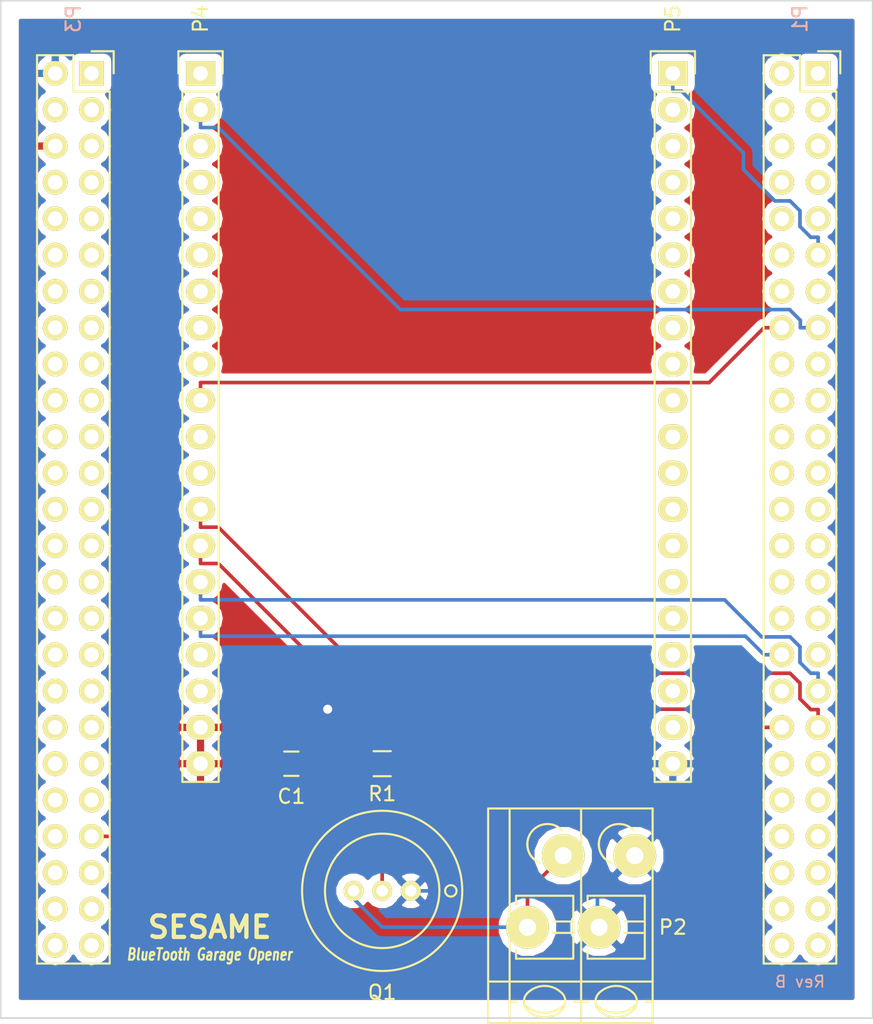
<source format=kicad_pcb>
(kicad_pcb (version 4) (host pcbnew "(2015-01-16 BZR 5376)-product")

  (general
    (links 19)
    (no_connects 0)
    (area 54.559999 31.699999 120.022334 103.899)
    (thickness 1.6)
    (drawings 7)
    (tracks 69)
    (zones 0)
    (modules 8)
    (nets 133)
  )

  (page A4)
  (layers
    (0 F.Cu signal)
    (31 B.Cu signal)
    (32 B.Adhes user)
    (33 F.Adhes user)
    (34 B.Paste user)
    (35 F.Paste user)
    (36 B.SilkS user)
    (37 F.SilkS user)
    (38 B.Mask user)
    (39 F.Mask user)
    (40 Dwgs.User user)
    (41 Cmts.User user)
    (42 Eco1.User user)
    (43 Eco2.User user)
    (44 Edge.Cuts user)
    (45 Margin user)
    (46 B.CrtYd user)
    (47 F.CrtYd user)
    (48 B.Fab user)
    (49 F.Fab user)
  )

  (setup
    (last_trace_width 0.254)
    (trace_clearance 0.254)
    (zone_clearance 0.508)
    (zone_45_only no)
    (trace_min 0.254)
    (segment_width 0.2)
    (edge_width 0.1)
    (via_size 0.889)
    (via_drill 0.635)
    (via_min_size 0.889)
    (via_min_drill 0.3302)
    (uvia_size 0.508)
    (uvia_drill 0.127)
    (uvias_allowed no)
    (uvia_min_size 0.508)
    (uvia_min_drill 0.127)
    (pcb_text_width 0.3)
    (pcb_text_size 1.5 1.5)
    (mod_edge_width 0.15)
    (mod_text_size 1 1)
    (mod_text_width 0.15)
    (pad_size 1.5 1.5)
    (pad_drill 0.6)
    (pad_to_mask_clearance 0)
    (aux_axis_origin 0 0)
    (grid_origin 10.16 10.16)
    (visible_elements 7FFFFFFF)
    (pcbplotparams
      (layerselection 0x010f0_80000001)
      (usegerberextensions true)
      (excludeedgelayer true)
      (linewidth 0.100000)
      (plotframeref false)
      (viasonmask false)
      (mode 1)
      (useauxorigin false)
      (hpglpennumber 1)
      (hpglpenspeed 20)
      (hpglpendiameter 15)
      (hpglpenoverlay 2)
      (psnegative false)
      (psa4output false)
      (plotreference true)
      (plotvalue true)
      (plotinvisibletext false)
      (padsonsilk false)
      (subtractmaskfromsilk false)
      (outputformat 1)
      (mirror false)
      (drillshape 0)
      (scaleselection 1)
      (outputdirectory gerber/))
  )

  (net 0 "")
  (net 1 3V)
  (net 2 GND)
  (net 3 "Net-(P1-Pad1)")
  (net 4 "Net-(P1-Pad2)")
  (net 5 "Net-(P1-Pad3)")
  (net 6 "Net-(P1-Pad4)")
  (net 7 "Net-(P1-Pad5)")
  (net 8 "Net-(P1-Pad6)")
  (net 9 "Net-(P1-Pad7)")
  (net 10 "Net-(P1-Pad8)")
  (net 11 "Net-(P1-Pad9)")
  (net 12 "Net-(P1-Pad10)")
  (net 13 PA1)
  (net 14 "Net-(P1-Pad12)")
  (net 15 "Net-(P1-Pad13)")
  (net 16 "Net-(P1-Pad14)")
  (net 17 GPIO2)
  (net 18 GPIO9)
  (net 19 "Net-(P1-Pad17)")
  (net 20 "Net-(P1-Pad18)")
  (net 21 "Net-(P1-Pad19)")
  (net 22 "Net-(P1-Pad20)")
  (net 23 "Net-(P1-Pad21)")
  (net 24 "Net-(P1-Pad22)")
  (net 25 "Net-(P1-Pad23)")
  (net 26 "Net-(P1-Pad24)")
  (net 27 "Net-(P1-Pad25)")
  (net 28 "Net-(P1-Pad26)")
  (net 29 "Net-(P1-Pad27)")
  (net 30 "Net-(P1-Pad28)")
  (net 31 "Net-(P1-Pad29)")
  (net 32 "Net-(P1-Pad30)")
  (net 33 "Net-(P1-Pad31)")
  (net 34 "Net-(P1-Pad32)")
  (net 35 "Net-(P1-Pad33)")
  (net 36 RX)
  (net 37 TX)
  (net 38 "Net-(P1-Pad36)")
  (net 39 RTS)
  (net 40 CTS)
  (net 41 "Net-(P1-Pad39)")
  (net 42 "Net-(P1-Pad40)")
  (net 43 "Net-(P1-Pad41)")
  (net 44 "Net-(P1-Pad42)")
  (net 45 "Net-(P1-Pad43)")
  (net 46 "Net-(P1-Pad44)")
  (net 47 "Net-(P1-Pad45)")
  (net 48 "Net-(P1-Pad46)")
  (net 49 "Net-(P1-Pad47)")
  (net 50 "Net-(P1-Pad48)")
  (net 51 "Net-(P1-Pad49)")
  (net 52 "Net-(P1-Pad50)")
  (net 53 Garage+)
  (net 54 "Net-(P3-Pad1)")
  (net 55 "Net-(P3-Pad3)")
  (net 56 "Net-(P3-Pad4)")
  (net 57 "Net-(P3-Pad5)")
  (net 58 "Net-(P3-Pad7)")
  (net 59 "Net-(P3-Pad8)")
  (net 60 "Net-(P3-Pad9)")
  (net 61 "Net-(P3-Pad10)")
  (net 62 "Net-(P3-Pad11)")
  (net 63 "Net-(P3-Pad12)")
  (net 64 "Net-(P3-Pad13)")
  (net 65 "Net-(P3-Pad14)")
  (net 66 "Net-(P3-Pad15)")
  (net 67 "Net-(P3-Pad16)")
  (net 68 "Net-(P3-Pad17)")
  (net 69 "Net-(P3-Pad18)")
  (net 70 "Net-(P3-Pad19)")
  (net 71 "Net-(P3-Pad20)")
  (net 72 "Net-(P3-Pad21)")
  (net 73 "Net-(P3-Pad22)")
  (net 74 "Net-(P3-Pad23)")
  (net 75 "Net-(P3-Pad24)")
  (net 76 "Net-(P3-Pad25)")
  (net 77 "Net-(P3-Pad26)")
  (net 78 "Net-(P3-Pad27)")
  (net 79 "Net-(P3-Pad28)")
  (net 80 "Net-(P3-Pad29)")
  (net 81 "Net-(P3-Pad30)")
  (net 82 "Net-(P3-Pad31)")
  (net 83 "Net-(P3-Pad32)")
  (net 84 "Net-(P3-Pad33)")
  (net 85 "Net-(P3-Pad34)")
  (net 86 "Net-(P3-Pad35)")
  (net 87 "Net-(P3-Pad36)")
  (net 88 "Net-(P3-Pad37)")
  (net 89 "Net-(P3-Pad38)")
  (net 90 "Net-(P3-Pad39)")
  (net 91 "Net-(P3-Pad40)")
  (net 92 "Net-(P3-Pad41)")
  (net 93 "Net-(P3-Pad42)")
  (net 94 PA8)
  (net 95 "Net-(P3-Pad44)")
  (net 96 "Net-(P3-Pad45)")
  (net 97 "Net-(P3-Pad46)")
  (net 98 "Net-(P3-Pad47)")
  (net 99 "Net-(P3-Pad48)")
  (net 100 "Net-(P3-Pad49)")
  (net 101 "Net-(P3-Pad50)")
  (net 102 "Net-(P4-Pad1)")
  (net 103 "Net-(P4-Pad3)")
  (net 104 "Net-(P4-Pad4)")
  (net 105 "Net-(P4-Pad5)")
  (net 106 "Net-(P4-Pad6)")
  (net 107 "Net-(P4-Pad7)")
  (net 108 "Net-(P4-Pad8)")
  (net 109 "Net-(P4-Pad9)")
  (net 110 "Net-(P4-Pad11)")
  (net 111 "Net-(P4-Pad12)")
  (net 112 "Net-(P4-Pad17)")
  (net 113 "Net-(P4-Pad18)")
  (net 114 "Net-(P5-Pad2)")
  (net 115 "Net-(P5-Pad3)")
  (net 116 "Net-(P5-Pad4)")
  (net 117 "Net-(P5-Pad5)")
  (net 118 "Net-(P5-Pad6)")
  (net 119 "Net-(P5-Pad7)")
  (net 120 "Net-(P5-Pad8)")
  (net 121 "Net-(P5-Pad9)")
  (net 122 "Net-(P5-Pad10)")
  (net 123 "Net-(P5-Pad11)")
  (net 124 "Net-(P5-Pad12)")
  (net 125 "Net-(P5-Pad13)")
  (net 126 "Net-(P5-Pad14)")
  (net 127 "Net-(P5-Pad15)")
  (net 128 "Net-(P5-Pad16)")
  (net 129 "Net-(P5-Pad17)")
  (net 130 "Net-(P5-Pad18)")
  (net 131 "Net-(P5-Pad19)")
  (net 132 "Net-(Q1-Pad2)")

  (net_class Default "This is the default net class."
    (clearance 0.254)
    (trace_width 0.254)
    (via_dia 0.889)
    (via_drill 0.635)
    (uvia_dia 0.508)
    (uvia_drill 0.127)
    (add_net 3V)
    (add_net CTS)
    (add_net GND)
    (add_net GPIO2)
    (add_net GPIO9)
    (add_net Garage+)
    (add_net "Net-(P1-Pad1)")
    (add_net "Net-(P1-Pad10)")
    (add_net "Net-(P1-Pad12)")
    (add_net "Net-(P1-Pad13)")
    (add_net "Net-(P1-Pad14)")
    (add_net "Net-(P1-Pad17)")
    (add_net "Net-(P1-Pad18)")
    (add_net "Net-(P1-Pad19)")
    (add_net "Net-(P1-Pad2)")
    (add_net "Net-(P1-Pad20)")
    (add_net "Net-(P1-Pad21)")
    (add_net "Net-(P1-Pad22)")
    (add_net "Net-(P1-Pad23)")
    (add_net "Net-(P1-Pad24)")
    (add_net "Net-(P1-Pad25)")
    (add_net "Net-(P1-Pad26)")
    (add_net "Net-(P1-Pad27)")
    (add_net "Net-(P1-Pad28)")
    (add_net "Net-(P1-Pad29)")
    (add_net "Net-(P1-Pad3)")
    (add_net "Net-(P1-Pad30)")
    (add_net "Net-(P1-Pad31)")
    (add_net "Net-(P1-Pad32)")
    (add_net "Net-(P1-Pad33)")
    (add_net "Net-(P1-Pad36)")
    (add_net "Net-(P1-Pad39)")
    (add_net "Net-(P1-Pad4)")
    (add_net "Net-(P1-Pad40)")
    (add_net "Net-(P1-Pad41)")
    (add_net "Net-(P1-Pad42)")
    (add_net "Net-(P1-Pad43)")
    (add_net "Net-(P1-Pad44)")
    (add_net "Net-(P1-Pad45)")
    (add_net "Net-(P1-Pad46)")
    (add_net "Net-(P1-Pad47)")
    (add_net "Net-(P1-Pad48)")
    (add_net "Net-(P1-Pad49)")
    (add_net "Net-(P1-Pad5)")
    (add_net "Net-(P1-Pad50)")
    (add_net "Net-(P1-Pad6)")
    (add_net "Net-(P1-Pad7)")
    (add_net "Net-(P1-Pad8)")
    (add_net "Net-(P1-Pad9)")
    (add_net "Net-(P3-Pad1)")
    (add_net "Net-(P3-Pad10)")
    (add_net "Net-(P3-Pad11)")
    (add_net "Net-(P3-Pad12)")
    (add_net "Net-(P3-Pad13)")
    (add_net "Net-(P3-Pad14)")
    (add_net "Net-(P3-Pad15)")
    (add_net "Net-(P3-Pad16)")
    (add_net "Net-(P3-Pad17)")
    (add_net "Net-(P3-Pad18)")
    (add_net "Net-(P3-Pad19)")
    (add_net "Net-(P3-Pad20)")
    (add_net "Net-(P3-Pad21)")
    (add_net "Net-(P3-Pad22)")
    (add_net "Net-(P3-Pad23)")
    (add_net "Net-(P3-Pad24)")
    (add_net "Net-(P3-Pad25)")
    (add_net "Net-(P3-Pad26)")
    (add_net "Net-(P3-Pad27)")
    (add_net "Net-(P3-Pad28)")
    (add_net "Net-(P3-Pad29)")
    (add_net "Net-(P3-Pad3)")
    (add_net "Net-(P3-Pad30)")
    (add_net "Net-(P3-Pad31)")
    (add_net "Net-(P3-Pad32)")
    (add_net "Net-(P3-Pad33)")
    (add_net "Net-(P3-Pad34)")
    (add_net "Net-(P3-Pad35)")
    (add_net "Net-(P3-Pad36)")
    (add_net "Net-(P3-Pad37)")
    (add_net "Net-(P3-Pad38)")
    (add_net "Net-(P3-Pad39)")
    (add_net "Net-(P3-Pad4)")
    (add_net "Net-(P3-Pad40)")
    (add_net "Net-(P3-Pad41)")
    (add_net "Net-(P3-Pad42)")
    (add_net "Net-(P3-Pad44)")
    (add_net "Net-(P3-Pad45)")
    (add_net "Net-(P3-Pad46)")
    (add_net "Net-(P3-Pad47)")
    (add_net "Net-(P3-Pad48)")
    (add_net "Net-(P3-Pad49)")
    (add_net "Net-(P3-Pad5)")
    (add_net "Net-(P3-Pad50)")
    (add_net "Net-(P3-Pad7)")
    (add_net "Net-(P3-Pad8)")
    (add_net "Net-(P3-Pad9)")
    (add_net "Net-(P4-Pad1)")
    (add_net "Net-(P4-Pad11)")
    (add_net "Net-(P4-Pad12)")
    (add_net "Net-(P4-Pad17)")
    (add_net "Net-(P4-Pad18)")
    (add_net "Net-(P4-Pad3)")
    (add_net "Net-(P4-Pad4)")
    (add_net "Net-(P4-Pad5)")
    (add_net "Net-(P4-Pad6)")
    (add_net "Net-(P4-Pad7)")
    (add_net "Net-(P4-Pad8)")
    (add_net "Net-(P4-Pad9)")
    (add_net "Net-(P5-Pad10)")
    (add_net "Net-(P5-Pad11)")
    (add_net "Net-(P5-Pad12)")
    (add_net "Net-(P5-Pad13)")
    (add_net "Net-(P5-Pad14)")
    (add_net "Net-(P5-Pad15)")
    (add_net "Net-(P5-Pad16)")
    (add_net "Net-(P5-Pad17)")
    (add_net "Net-(P5-Pad18)")
    (add_net "Net-(P5-Pad19)")
    (add_net "Net-(P5-Pad2)")
    (add_net "Net-(P5-Pad3)")
    (add_net "Net-(P5-Pad4)")
    (add_net "Net-(P5-Pad5)")
    (add_net "Net-(P5-Pad6)")
    (add_net "Net-(P5-Pad7)")
    (add_net "Net-(P5-Pad8)")
    (add_net "Net-(P5-Pad9)")
    (add_net "Net-(Q1-Pad2)")
    (add_net PA1)
    (add_net PA8)
    (add_net RTS)
    (add_net RX)
    (add_net TX)
  )

  (module Capacitors_SMD:C_0805_HandSoldering (layer F.Cu) (tedit 5542BA47) (tstamp 55400640)
    (at 74.93 85.09)
    (descr "Capacitor SMD 0805, hand soldering")
    (tags "capacitor 0805")
    (path /553FFEB3)
    (attr smd)
    (fp_text reference C1 (at 0 2.286) (layer F.SilkS)
      (effects (font (size 1 1) (thickness 0.15)))
    )
    (fp_text value 0.1u (at 0 -2.286) (layer F.Fab) hide
      (effects (font (size 1 1) (thickness 0.15)))
    )
    (fp_line (start -2.3 -1) (end 2.3 -1) (layer F.CrtYd) (width 0.05))
    (fp_line (start -2.3 1) (end 2.3 1) (layer F.CrtYd) (width 0.05))
    (fp_line (start -2.3 -1) (end -2.3 1) (layer F.CrtYd) (width 0.05))
    (fp_line (start 2.3 -1) (end 2.3 1) (layer F.CrtYd) (width 0.05))
    (fp_line (start 0.5 -0.85) (end -0.5 -0.85) (layer F.SilkS) (width 0.15))
    (fp_line (start -0.5 0.85) (end 0.5 0.85) (layer F.SilkS) (width 0.15))
    (pad 1 smd rect (at -1.25 0) (size 1.5 1.25) (layers F.Cu F.Paste F.Mask)
      (net 1 3V))
    (pad 2 smd rect (at 1.25 0) (size 1.5 1.25) (layers F.Cu F.Paste F.Mask)
      (net 2 GND))
    (model Capacitors_SMD.3dshapes/C_0805_HandSoldering.wrl
      (at (xyz 0 0 0))
      (scale (xyz 1 1 1))
      (rotate (xyz 0 0 0))
    )
  )

  (module Socket_Strips:Socket_Strip_Straight_2x25 (layer F.Cu) (tedit 5542BA1B) (tstamp 5542A124)
    (at 111.76 36.83 270)
    (descr "Through hole socket strip")
    (tags "socket strip")
    (path /553D67DA)
    (fp_text reference P1 (at -3.81 1.27 270) (layer B.SilkS)
      (effects (font (size 1 1) (thickness 0.15)) (justify mirror))
    )
    (fp_text value CONN_02X25 (at 0 -3.1 270) (layer F.Fab) hide
      (effects (font (size 1 1) (thickness 0.15)))
    )
    (fp_line (start -1.75 -1.75) (end -1.75 4.3) (layer F.CrtYd) (width 0.05))
    (fp_line (start 62.75 -1.75) (end 62.75 4.3) (layer F.CrtYd) (width 0.05))
    (fp_line (start -1.75 -1.75) (end 62.75 -1.75) (layer F.CrtYd) (width 0.05))
    (fp_line (start -1.75 4.3) (end 62.75 4.3) (layer F.CrtYd) (width 0.05))
    (fp_line (start 1.27 -1.27) (end 62.23 -1.27) (layer F.SilkS) (width 0.15))
    (fp_line (start 62.23 3.81) (end -1.27 3.81) (layer F.SilkS) (width 0.15))
    (fp_line (start 62.23 3.81) (end 62.23 -1.27) (layer F.SilkS) (width 0.15))
    (fp_line (start -1.27 3.81) (end -1.27 1.27) (layer F.SilkS) (width 0.15))
    (fp_line (start 0 -1.55) (end -1.55 -1.55) (layer F.SilkS) (width 0.15))
    (fp_line (start -1.27 1.27) (end 1.27 1.27) (layer F.SilkS) (width 0.15))
    (fp_line (start 1.27 1.27) (end 1.27 -1.27) (layer F.SilkS) (width 0.15))
    (fp_line (start -1.55 -1.55) (end -1.55 0) (layer F.SilkS) (width 0.15))
    (pad 1 thru_hole rect (at 0 0 270) (size 1.7272 1.7272) (drill 1.016) (layers *.Cu *.Mask F.SilkS)
      (net 3 "Net-(P1-Pad1)"))
    (pad 2 thru_hole oval (at 0 2.54 270) (size 1.7272 1.7272) (drill 1.016) (layers *.Cu *.Mask F.SilkS)
      (net 4 "Net-(P1-Pad2)"))
    (pad 3 thru_hole oval (at 2.54 0 270) (size 1.7272 1.7272) (drill 1.016) (layers *.Cu *.Mask F.SilkS)
      (net 5 "Net-(P1-Pad3)"))
    (pad 4 thru_hole oval (at 2.54 2.54 270) (size 1.7272 1.7272) (drill 1.016) (layers *.Cu *.Mask F.SilkS)
      (net 6 "Net-(P1-Pad4)"))
    (pad 5 thru_hole oval (at 5.08 0 270) (size 1.7272 1.7272) (drill 1.016) (layers *.Cu *.Mask F.SilkS)
      (net 7 "Net-(P1-Pad5)"))
    (pad 6 thru_hole oval (at 5.08 2.54 270) (size 1.7272 1.7272) (drill 1.016) (layers *.Cu *.Mask F.SilkS)
      (net 8 "Net-(P1-Pad6)"))
    (pad 7 thru_hole oval (at 7.62 0 270) (size 1.7272 1.7272) (drill 1.016) (layers *.Cu *.Mask F.SilkS)
      (net 9 "Net-(P1-Pad7)"))
    (pad 8 thru_hole oval (at 7.62 2.54 270) (size 1.7272 1.7272) (drill 1.016) (layers *.Cu *.Mask F.SilkS)
      (net 10 "Net-(P1-Pad8)"))
    (pad 9 thru_hole oval (at 10.16 0 270) (size 1.7272 1.7272) (drill 1.016) (layers *.Cu *.Mask F.SilkS)
      (net 11 "Net-(P1-Pad9)"))
    (pad 10 thru_hole oval (at 10.16 2.54 270) (size 1.7272 1.7272) (drill 1.016) (layers *.Cu *.Mask F.SilkS)
      (net 12 "Net-(P1-Pad10)"))
    (pad 11 thru_hole oval (at 12.7 0 270) (size 1.7272 1.7272) (drill 1.016) (layers *.Cu *.Mask F.SilkS)
      (net 13 PA1))
    (pad 12 thru_hole oval (at 12.7 2.54 270) (size 1.7272 1.7272) (drill 1.016) (layers *.Cu *.Mask F.SilkS)
      (net 14 "Net-(P1-Pad12)"))
    (pad 13 thru_hole oval (at 15.24 0 270) (size 1.7272 1.7272) (drill 1.016) (layers *.Cu *.Mask F.SilkS)
      (net 15 "Net-(P1-Pad13)"))
    (pad 14 thru_hole oval (at 15.24 2.54 270) (size 1.7272 1.7272) (drill 1.016) (layers *.Cu *.Mask F.SilkS)
      (net 16 "Net-(P1-Pad14)"))
    (pad 15 thru_hole oval (at 17.78 0 270) (size 1.7272 1.7272) (drill 1.016) (layers *.Cu *.Mask F.SilkS)
      (net 17 GPIO2))
    (pad 16 thru_hole oval (at 17.78 2.54 270) (size 1.7272 1.7272) (drill 1.016) (layers *.Cu *.Mask F.SilkS)
      (net 18 GPIO9))
    (pad 17 thru_hole oval (at 20.32 0 270) (size 1.7272 1.7272) (drill 1.016) (layers *.Cu *.Mask F.SilkS)
      (net 19 "Net-(P1-Pad17)"))
    (pad 18 thru_hole oval (at 20.32 2.54 270) (size 1.7272 1.7272) (drill 1.016) (layers *.Cu *.Mask F.SilkS)
      (net 20 "Net-(P1-Pad18)"))
    (pad 19 thru_hole oval (at 22.86 0 270) (size 1.7272 1.7272) (drill 1.016) (layers *.Cu *.Mask F.SilkS)
      (net 21 "Net-(P1-Pad19)"))
    (pad 20 thru_hole oval (at 22.86 2.54 270) (size 1.7272 1.7272) (drill 1.016) (layers *.Cu *.Mask F.SilkS)
      (net 22 "Net-(P1-Pad20)"))
    (pad 21 thru_hole oval (at 25.4 0 270) (size 1.7272 1.7272) (drill 1.016) (layers *.Cu *.Mask F.SilkS)
      (net 23 "Net-(P1-Pad21)"))
    (pad 22 thru_hole oval (at 25.4 2.54 270) (size 1.7272 1.7272) (drill 1.016) (layers *.Cu *.Mask F.SilkS)
      (net 24 "Net-(P1-Pad22)"))
    (pad 23 thru_hole oval (at 27.94 0 270) (size 1.7272 1.7272) (drill 1.016) (layers *.Cu *.Mask F.SilkS)
      (net 25 "Net-(P1-Pad23)"))
    (pad 24 thru_hole oval (at 27.94 2.54 270) (size 1.7272 1.7272) (drill 1.016) (layers *.Cu *.Mask F.SilkS)
      (net 26 "Net-(P1-Pad24)"))
    (pad 25 thru_hole oval (at 30.48 0 270) (size 1.7272 1.7272) (drill 1.016) (layers *.Cu *.Mask F.SilkS)
      (net 27 "Net-(P1-Pad25)"))
    (pad 26 thru_hole oval (at 30.48 2.54 270) (size 1.7272 1.7272) (drill 1.016) (layers *.Cu *.Mask F.SilkS)
      (net 28 "Net-(P1-Pad26)"))
    (pad 27 thru_hole oval (at 33.02 0 270) (size 1.7272 1.7272) (drill 1.016) (layers *.Cu *.Mask F.SilkS)
      (net 29 "Net-(P1-Pad27)"))
    (pad 28 thru_hole oval (at 33.02 2.54 270) (size 1.7272 1.7272) (drill 1.016) (layers *.Cu *.Mask F.SilkS)
      (net 30 "Net-(P1-Pad28)"))
    (pad 29 thru_hole oval (at 35.56 0 270) (size 1.7272 1.7272) (drill 1.016) (layers *.Cu *.Mask F.SilkS)
      (net 31 "Net-(P1-Pad29)"))
    (pad 30 thru_hole oval (at 35.56 2.54 270) (size 1.7272 1.7272) (drill 1.016) (layers *.Cu *.Mask F.SilkS)
      (net 32 "Net-(P1-Pad30)"))
    (pad 31 thru_hole oval (at 38.1 0 270) (size 1.7272 1.7272) (drill 1.016) (layers *.Cu *.Mask F.SilkS)
      (net 33 "Net-(P1-Pad31)"))
    (pad 32 thru_hole oval (at 38.1 2.54 270) (size 1.7272 1.7272) (drill 1.016) (layers *.Cu *.Mask F.SilkS)
      (net 34 "Net-(P1-Pad32)"))
    (pad 33 thru_hole oval (at 40.64 0 270) (size 1.7272 1.7272) (drill 1.016) (layers *.Cu *.Mask F.SilkS)
      (net 35 "Net-(P1-Pad33)"))
    (pad 34 thru_hole oval (at 40.64 2.54 270) (size 1.7272 1.7272) (drill 1.016) (layers *.Cu *.Mask F.SilkS)
      (net 36 RX))
    (pad 35 thru_hole oval (at 43.18 0 270) (size 1.7272 1.7272) (drill 1.016) (layers *.Cu *.Mask F.SilkS)
      (net 37 TX))
    (pad 36 thru_hole oval (at 43.18 2.54 270) (size 1.7272 1.7272) (drill 1.016) (layers *.Cu *.Mask F.SilkS)
      (net 38 "Net-(P1-Pad36)"))
    (pad 37 thru_hole oval (at 45.72 0 270) (size 1.7272 1.7272) (drill 1.016) (layers *.Cu *.Mask F.SilkS)
      (net 39 RTS))
    (pad 38 thru_hole oval (at 45.72 2.54 270) (size 1.7272 1.7272) (drill 1.016) (layers *.Cu *.Mask F.SilkS)
      (net 40 CTS))
    (pad 39 thru_hole oval (at 48.26 0 270) (size 1.7272 1.7272) (drill 1.016) (layers *.Cu *.Mask F.SilkS)
      (net 41 "Net-(P1-Pad39)"))
    (pad 40 thru_hole oval (at 48.26 2.54 270) (size 1.7272 1.7272) (drill 1.016) (layers *.Cu *.Mask F.SilkS)
      (net 42 "Net-(P1-Pad40)"))
    (pad 41 thru_hole oval (at 50.8 0 270) (size 1.7272 1.7272) (drill 1.016) (layers *.Cu *.Mask F.SilkS)
      (net 43 "Net-(P1-Pad41)"))
    (pad 42 thru_hole oval (at 50.8 2.54 270) (size 1.7272 1.7272) (drill 1.016) (layers *.Cu *.Mask F.SilkS)
      (net 44 "Net-(P1-Pad42)"))
    (pad 43 thru_hole oval (at 53.34 0 270) (size 1.7272 1.7272) (drill 1.016) (layers *.Cu *.Mask F.SilkS)
      (net 45 "Net-(P1-Pad43)"))
    (pad 44 thru_hole oval (at 53.34 2.54 270) (size 1.7272 1.7272) (drill 1.016) (layers *.Cu *.Mask F.SilkS)
      (net 46 "Net-(P1-Pad44)"))
    (pad 45 thru_hole oval (at 55.88 0 270) (size 1.7272 1.7272) (drill 1.016) (layers *.Cu *.Mask F.SilkS)
      (net 47 "Net-(P1-Pad45)"))
    (pad 46 thru_hole oval (at 55.88 2.54 270) (size 1.7272 1.7272) (drill 1.016) (layers *.Cu *.Mask F.SilkS)
      (net 48 "Net-(P1-Pad46)"))
    (pad 47 thru_hole oval (at 58.42 0 270) (size 1.7272 1.7272) (drill 1.016) (layers *.Cu *.Mask F.SilkS)
      (net 49 "Net-(P1-Pad47)"))
    (pad 48 thru_hole oval (at 58.42 2.54 270) (size 1.7272 1.7272) (drill 1.016) (layers *.Cu *.Mask F.SilkS)
      (net 50 "Net-(P1-Pad48)"))
    (pad 49 thru_hole oval (at 60.96 0 270) (size 1.7272 1.7272) (drill 1.016) (layers *.Cu *.Mask F.SilkS)
      (net 51 "Net-(P1-Pad49)"))
    (pad 50 thru_hole oval (at 60.96 2.54 270) (size 1.7272 1.7272) (drill 1.016) (layers *.Cu *.Mask F.SilkS)
      (net 52 "Net-(P1-Pad50)"))
    (model Socket_Strips.3dshapes/Socket_Strip_Straight_2x25.wrl
      (at (xyz 1.2 -0.05 0))
      (scale (xyz 1 1 1))
      (rotate (xyz 0 0 180))
    )
  )

  (module Terminal_Blocks:TerminalBlock_WAGO-804_RM5mm_2pol (layer F.Cu) (tedit 5542BA97) (tstamp 5540067E)
    (at 91.44 96.52)
    (path /553FF8C4)
    (fp_text reference P2 (at 10.16 0) (layer F.SilkS)
      (effects (font (size 1 1) (thickness 0.15)))
    )
    (fp_text value CONN_01X02 (at -5.08 -1.27 90) (layer F.Fab) hide
      (effects (font (size 1 1) (thickness 0.15)))
    )
    (fp_line (start 3.75 3.8) (end 8.75 3.8) (layer F.SilkS) (width 0.15))
    (fp_line (start 8.74904 -8.30072) (end 3.75032 -8.30072) (layer F.SilkS) (width 0.15))
    (fp_line (start 8.74904 6.70052) (end 3.75032 6.70052) (layer F.SilkS) (width 0.15))
    (fp_line (start 8.74904 -8.30072) (end 8.74904 6.70052) (layer F.SilkS) (width 0.15))
    (fp_line (start 3.75032 5.19938) (end 4.2507 5.19938) (layer F.SilkS) (width 0.15))
    (fp_line (start 8.74904 5.19938) (end 8.2512 5.19938) (layer F.SilkS) (width 0.15))
    (fp_line (start 4.1999 2.19964) (end 4.1999 1.6002) (layer F.SilkS) (width 0.15))
    (fp_line (start 8.2004 2.19964) (end 4.1999 2.19964) (layer F.SilkS) (width 0.15))
    (fp_line (start 8.2004 -2.19964) (end 8.2004 2.19964) (layer F.SilkS) (width 0.15))
    (fp_line (start 4.1999 -2.19964) (end 8.2004 -2.19964) (layer F.SilkS) (width 0.15))
    (fp_line (start 4.1999 -2.19964) (end 4.1999 -1.6002) (layer F.SilkS) (width 0.15))
    (fp_line (start 8.2004 -0.39878) (end 6.80086 -0.39878) (layer F.SilkS) (width 0.15))
    (fp_line (start 8.2004 0.39878) (end 6.80086 0.39878) (layer F.SilkS) (width 0.15))
    (fp_arc (start 6.39954 -5.79882) (end 5.39878 -6.79958) (angle 90) (layer F.SilkS) (width 0.15))
    (fp_arc (start 6.39954 -5.79882) (end 5.39878 -4.8006) (angle 90) (layer F.SilkS) (width 0.15))
    (fp_arc (start 6.19888 5.80136) (end 5 4.60248) (angle 90) (layer F.SilkS) (width 0.15))
    (fp_arc (start 6.19888 4.59994) (end 7.4003 5.79882) (angle 90) (layer F.SilkS) (width 0.15))
    (fp_arc (start 5.59944 5.19938) (end 5 5.79882) (angle 90) (layer F.SilkS) (width 0.15))
    (fp_arc (start 6.80086 5.19938) (end 7.40284 4.59994) (angle 90) (layer F.SilkS) (width 0.15))
    (fp_arc (start 6.19888 4.0005) (end 7.60096 5.40004) (angle 90) (layer F.SilkS) (width 0.15))
    (fp_arc (start 6.39954 -5.79882) (end 5.8509 -4.50088) (angle 90) (layer F.SilkS) (width 0.15))
    (fp_line (start 3.75 3.8) (end -2.75 3.8) (layer F.SilkS) (width 0.15))
    (fp_line (start -1.25 6.7) (end -2.75 6.7) (layer F.SilkS) (width 0.15))
    (fp_line (start -2.75 6.7) (end -2.75 -8.3) (layer F.SilkS) (width 0.15))
    (fp_line (start -2.75 -8.3) (end -1.25 -8.3) (layer F.SilkS) (width 0.15))
    (fp_arc (start 1.39954 -5.79882) (end 0.8509 -4.50088) (angle 90) (layer F.SilkS) (width 0.15))
    (fp_arc (start 1.19888 4.0005) (end 2.60096 5.40004) (angle 90) (layer F.SilkS) (width 0.15))
    (fp_arc (start 1.80086 5.19938) (end 2.40284 4.59994) (angle 90) (layer F.SilkS) (width 0.15))
    (fp_arc (start 0.59944 5.19938) (end 0 5.79882) (angle 90) (layer F.SilkS) (width 0.15))
    (fp_arc (start 1.19888 4.59994) (end 2.4003 5.79882) (angle 90) (layer F.SilkS) (width 0.15))
    (fp_arc (start 1.19888 5.80136) (end 0 4.60248) (angle 90) (layer F.SilkS) (width 0.15))
    (fp_arc (start 1.39954 -5.79882) (end 0.39878 -4.8006) (angle 90) (layer F.SilkS) (width 0.15))
    (fp_arc (start 1.39954 -5.79882) (end 0.39878 -6.79958) (angle 90) (layer F.SilkS) (width 0.15))
    (fp_line (start 3.2004 0.39878) (end 1.80086 0.39878) (layer F.SilkS) (width 0.15))
    (fp_line (start 3.2004 -0.39878) (end 1.80086 -0.39878) (layer F.SilkS) (width 0.15))
    (fp_line (start -0.8001 -2.19964) (end -0.8001 -1.6002) (layer F.SilkS) (width 0.15))
    (fp_line (start -0.8001 -2.19964) (end 3.2004 -2.19964) (layer F.SilkS) (width 0.15))
    (fp_line (start 3.2004 -2.19964) (end 3.2004 2.19964) (layer F.SilkS) (width 0.15))
    (fp_line (start 3.2004 2.19964) (end -0.8001 2.19964) (layer F.SilkS) (width 0.15))
    (fp_line (start -0.8001 2.19964) (end -0.8001 1.6002) (layer F.SilkS) (width 0.15))
    (fp_line (start 3.74904 5.19938) (end 3.2512 5.19938) (layer F.SilkS) (width 0.15))
    (fp_line (start -1.24968 5.19938) (end -0.7493 5.19938) (layer F.SilkS) (width 0.15))
    (fp_line (start 3.74904 -8.30072) (end 3.74904 6.70052) (layer F.SilkS) (width 0.15))
    (fp_line (start 3.74904 6.70052) (end -1.24968 6.70052) (layer F.SilkS) (width 0.15))
    (fp_line (start -1.24968 6.70052) (end -1.24968 -8.30072) (layer F.SilkS) (width 0.15))
    (fp_line (start 3.74904 -8.30072) (end -1.24968 -8.30072) (layer F.SilkS) (width 0.15))
    (pad 2 thru_hole circle (at 7.49936 -5.00126) (size 3 3) (drill 1.2) (layers *.Cu *.Mask F.SilkS)
      (net 2 GND))
    (pad 2 thru_hole circle (at 5 0) (size 3 3) (drill 1.2) (layers *.Cu *.Mask F.SilkS)
      (net 2 GND))
    (pad 1 thru_hole circle (at 0 0) (size 3 3) (drill 1.2) (layers *.Cu *.Mask F.SilkS)
      (net 53 Garage+))
    (pad 1 thru_hole circle (at 2.49936 -5.00126) (size 3 3) (drill 1.2) (layers *.Cu *.Mask F.SilkS)
      (net 53 Garage+))
  )

  (module Socket_Strips:Socket_Strip_Straight_2x25 (layer F.Cu) (tedit 5542BA26) (tstamp 554006B4)
    (at 60.96 36.83 270)
    (descr "Through hole socket strip")
    (tags "socket strip")
    (path /553D67F7)
    (fp_text reference P3 (at -3.81 1.27 270) (layer B.SilkS)
      (effects (font (size 1 1) (thickness 0.15)) (justify mirror))
    )
    (fp_text value CONN_02X25 (at 0 -3.1 270) (layer F.Fab) hide
      (effects (font (size 1 1) (thickness 0.15)))
    )
    (fp_line (start -1.75 -1.75) (end -1.75 4.3) (layer F.CrtYd) (width 0.05))
    (fp_line (start 62.75 -1.75) (end 62.75 4.3) (layer F.CrtYd) (width 0.05))
    (fp_line (start -1.75 -1.75) (end 62.75 -1.75) (layer F.CrtYd) (width 0.05))
    (fp_line (start -1.75 4.3) (end 62.75 4.3) (layer F.CrtYd) (width 0.05))
    (fp_line (start 1.27 -1.27) (end 62.23 -1.27) (layer F.SilkS) (width 0.15))
    (fp_line (start 62.23 3.81) (end -1.27 3.81) (layer F.SilkS) (width 0.15))
    (fp_line (start 62.23 3.81) (end 62.23 -1.27) (layer F.SilkS) (width 0.15))
    (fp_line (start -1.27 3.81) (end -1.27 1.27) (layer F.SilkS) (width 0.15))
    (fp_line (start 0 -1.55) (end -1.55 -1.55) (layer F.SilkS) (width 0.15))
    (fp_line (start -1.27 1.27) (end 1.27 1.27) (layer F.SilkS) (width 0.15))
    (fp_line (start 1.27 1.27) (end 1.27 -1.27) (layer F.SilkS) (width 0.15))
    (fp_line (start -1.55 -1.55) (end -1.55 0) (layer F.SilkS) (width 0.15))
    (pad 1 thru_hole rect (at 0 0 270) (size 1.7272 1.7272) (drill 1.016) (layers *.Cu *.Mask F.SilkS)
      (net 54 "Net-(P3-Pad1)"))
    (pad 2 thru_hole oval (at 0 2.54 270) (size 1.7272 1.7272) (drill 1.016) (layers *.Cu *.Mask F.SilkS)
      (net 2 GND))
    (pad 3 thru_hole oval (at 2.54 0 270) (size 1.7272 1.7272) (drill 1.016) (layers *.Cu *.Mask F.SilkS)
      (net 55 "Net-(P3-Pad3)"))
    (pad 4 thru_hole oval (at 2.54 2.54 270) (size 1.7272 1.7272) (drill 1.016) (layers *.Cu *.Mask F.SilkS)
      (net 56 "Net-(P3-Pad4)"))
    (pad 5 thru_hole oval (at 5.08 0 270) (size 1.7272 1.7272) (drill 1.016) (layers *.Cu *.Mask F.SilkS)
      (net 57 "Net-(P3-Pad5)"))
    (pad 6 thru_hole oval (at 5.08 2.54 270) (size 1.7272 1.7272) (drill 1.016) (layers *.Cu *.Mask F.SilkS)
      (net 1 3V))
    (pad 7 thru_hole oval (at 7.62 0 270) (size 1.7272 1.7272) (drill 1.016) (layers *.Cu *.Mask F.SilkS)
      (net 58 "Net-(P3-Pad7)"))
    (pad 8 thru_hole oval (at 7.62 2.54 270) (size 1.7272 1.7272) (drill 1.016) (layers *.Cu *.Mask F.SilkS)
      (net 59 "Net-(P3-Pad8)"))
    (pad 9 thru_hole oval (at 10.16 0 270) (size 1.7272 1.7272) (drill 1.016) (layers *.Cu *.Mask F.SilkS)
      (net 60 "Net-(P3-Pad9)"))
    (pad 10 thru_hole oval (at 10.16 2.54 270) (size 1.7272 1.7272) (drill 1.016) (layers *.Cu *.Mask F.SilkS)
      (net 61 "Net-(P3-Pad10)"))
    (pad 11 thru_hole oval (at 12.7 0 270) (size 1.7272 1.7272) (drill 1.016) (layers *.Cu *.Mask F.SilkS)
      (net 62 "Net-(P3-Pad11)"))
    (pad 12 thru_hole oval (at 12.7 2.54 270) (size 1.7272 1.7272) (drill 1.016) (layers *.Cu *.Mask F.SilkS)
      (net 63 "Net-(P3-Pad12)"))
    (pad 13 thru_hole oval (at 15.24 0 270) (size 1.7272 1.7272) (drill 1.016) (layers *.Cu *.Mask F.SilkS)
      (net 64 "Net-(P3-Pad13)"))
    (pad 14 thru_hole oval (at 15.24 2.54 270) (size 1.7272 1.7272) (drill 1.016) (layers *.Cu *.Mask F.SilkS)
      (net 65 "Net-(P3-Pad14)"))
    (pad 15 thru_hole oval (at 17.78 0 270) (size 1.7272 1.7272) (drill 1.016) (layers *.Cu *.Mask F.SilkS)
      (net 66 "Net-(P3-Pad15)"))
    (pad 16 thru_hole oval (at 17.78 2.54 270) (size 1.7272 1.7272) (drill 1.016) (layers *.Cu *.Mask F.SilkS)
      (net 67 "Net-(P3-Pad16)"))
    (pad 17 thru_hole oval (at 20.32 0 270) (size 1.7272 1.7272) (drill 1.016) (layers *.Cu *.Mask F.SilkS)
      (net 68 "Net-(P3-Pad17)"))
    (pad 18 thru_hole oval (at 20.32 2.54 270) (size 1.7272 1.7272) (drill 1.016) (layers *.Cu *.Mask F.SilkS)
      (net 69 "Net-(P3-Pad18)"))
    (pad 19 thru_hole oval (at 22.86 0 270) (size 1.7272 1.7272) (drill 1.016) (layers *.Cu *.Mask F.SilkS)
      (net 70 "Net-(P3-Pad19)"))
    (pad 20 thru_hole oval (at 22.86 2.54 270) (size 1.7272 1.7272) (drill 1.016) (layers *.Cu *.Mask F.SilkS)
      (net 71 "Net-(P3-Pad20)"))
    (pad 21 thru_hole oval (at 25.4 0 270) (size 1.7272 1.7272) (drill 1.016) (layers *.Cu *.Mask F.SilkS)
      (net 72 "Net-(P3-Pad21)"))
    (pad 22 thru_hole oval (at 25.4 2.54 270) (size 1.7272 1.7272) (drill 1.016) (layers *.Cu *.Mask F.SilkS)
      (net 73 "Net-(P3-Pad22)"))
    (pad 23 thru_hole oval (at 27.94 0 270) (size 1.7272 1.7272) (drill 1.016) (layers *.Cu *.Mask F.SilkS)
      (net 74 "Net-(P3-Pad23)"))
    (pad 24 thru_hole oval (at 27.94 2.54 270) (size 1.7272 1.7272) (drill 1.016) (layers *.Cu *.Mask F.SilkS)
      (net 75 "Net-(P3-Pad24)"))
    (pad 25 thru_hole oval (at 30.48 0 270) (size 1.7272 1.7272) (drill 1.016) (layers *.Cu *.Mask F.SilkS)
      (net 76 "Net-(P3-Pad25)"))
    (pad 26 thru_hole oval (at 30.48 2.54 270) (size 1.7272 1.7272) (drill 1.016) (layers *.Cu *.Mask F.SilkS)
      (net 77 "Net-(P3-Pad26)"))
    (pad 27 thru_hole oval (at 33.02 0 270) (size 1.7272 1.7272) (drill 1.016) (layers *.Cu *.Mask F.SilkS)
      (net 78 "Net-(P3-Pad27)"))
    (pad 28 thru_hole oval (at 33.02 2.54 270) (size 1.7272 1.7272) (drill 1.016) (layers *.Cu *.Mask F.SilkS)
      (net 79 "Net-(P3-Pad28)"))
    (pad 29 thru_hole oval (at 35.56 0 270) (size 1.7272 1.7272) (drill 1.016) (layers *.Cu *.Mask F.SilkS)
      (net 80 "Net-(P3-Pad29)"))
    (pad 30 thru_hole oval (at 35.56 2.54 270) (size 1.7272 1.7272) (drill 1.016) (layers *.Cu *.Mask F.SilkS)
      (net 81 "Net-(P3-Pad30)"))
    (pad 31 thru_hole oval (at 38.1 0 270) (size 1.7272 1.7272) (drill 1.016) (layers *.Cu *.Mask F.SilkS)
      (net 82 "Net-(P3-Pad31)"))
    (pad 32 thru_hole oval (at 38.1 2.54 270) (size 1.7272 1.7272) (drill 1.016) (layers *.Cu *.Mask F.SilkS)
      (net 83 "Net-(P3-Pad32)"))
    (pad 33 thru_hole oval (at 40.64 0 270) (size 1.7272 1.7272) (drill 1.016) (layers *.Cu *.Mask F.SilkS)
      (net 84 "Net-(P3-Pad33)"))
    (pad 34 thru_hole oval (at 40.64 2.54 270) (size 1.7272 1.7272) (drill 1.016) (layers *.Cu *.Mask F.SilkS)
      (net 85 "Net-(P3-Pad34)"))
    (pad 35 thru_hole oval (at 43.18 0 270) (size 1.7272 1.7272) (drill 1.016) (layers *.Cu *.Mask F.SilkS)
      (net 86 "Net-(P3-Pad35)"))
    (pad 36 thru_hole oval (at 43.18 2.54 270) (size 1.7272 1.7272) (drill 1.016) (layers *.Cu *.Mask F.SilkS)
      (net 87 "Net-(P3-Pad36)"))
    (pad 37 thru_hole oval (at 45.72 0 270) (size 1.7272 1.7272) (drill 1.016) (layers *.Cu *.Mask F.SilkS)
      (net 88 "Net-(P3-Pad37)"))
    (pad 38 thru_hole oval (at 45.72 2.54 270) (size 1.7272 1.7272) (drill 1.016) (layers *.Cu *.Mask F.SilkS)
      (net 89 "Net-(P3-Pad38)"))
    (pad 39 thru_hole oval (at 48.26 0 270) (size 1.7272 1.7272) (drill 1.016) (layers *.Cu *.Mask F.SilkS)
      (net 90 "Net-(P3-Pad39)"))
    (pad 40 thru_hole oval (at 48.26 2.54 270) (size 1.7272 1.7272) (drill 1.016) (layers *.Cu *.Mask F.SilkS)
      (net 91 "Net-(P3-Pad40)"))
    (pad 41 thru_hole oval (at 50.8 0 270) (size 1.7272 1.7272) (drill 1.016) (layers *.Cu *.Mask F.SilkS)
      (net 92 "Net-(P3-Pad41)"))
    (pad 42 thru_hole oval (at 50.8 2.54 270) (size 1.7272 1.7272) (drill 1.016) (layers *.Cu *.Mask F.SilkS)
      (net 93 "Net-(P3-Pad42)"))
    (pad 43 thru_hole oval (at 53.34 0 270) (size 1.7272 1.7272) (drill 1.016) (layers *.Cu *.Mask F.SilkS)
      (net 94 PA8))
    (pad 44 thru_hole oval (at 53.34 2.54 270) (size 1.7272 1.7272) (drill 1.016) (layers *.Cu *.Mask F.SilkS)
      (net 95 "Net-(P3-Pad44)"))
    (pad 45 thru_hole oval (at 55.88 0 270) (size 1.7272 1.7272) (drill 1.016) (layers *.Cu *.Mask F.SilkS)
      (net 96 "Net-(P3-Pad45)"))
    (pad 46 thru_hole oval (at 55.88 2.54 270) (size 1.7272 1.7272) (drill 1.016) (layers *.Cu *.Mask F.SilkS)
      (net 97 "Net-(P3-Pad46)"))
    (pad 47 thru_hole oval (at 58.42 0 270) (size 1.7272 1.7272) (drill 1.016) (layers *.Cu *.Mask F.SilkS)
      (net 98 "Net-(P3-Pad47)"))
    (pad 48 thru_hole oval (at 58.42 2.54 270) (size 1.7272 1.7272) (drill 1.016) (layers *.Cu *.Mask F.SilkS)
      (net 99 "Net-(P3-Pad48)"))
    (pad 49 thru_hole oval (at 60.96 0 270) (size 1.7272 1.7272) (drill 1.016) (layers *.Cu *.Mask F.SilkS)
      (net 100 "Net-(P3-Pad49)"))
    (pad 50 thru_hole oval (at 60.96 2.54 270) (size 1.7272 1.7272) (drill 1.016) (layers *.Cu *.Mask F.SilkS)
      (net 101 "Net-(P3-Pad50)"))
    (model Socket_Strips.3dshapes/Socket_Strip_Straight_2x25.wrl
      (at (xyz 1.2 -0.05 0))
      (scale (xyz 1 1 1))
      (rotate (xyz 0 0 180))
    )
  )

  (module Socket_Strips:Socket_Strip_Straight_1x20 (layer F.Cu) (tedit 5542BA30) (tstamp 554006CC)
    (at 68.58 36.83 270)
    (descr "Through hole socket strip")
    (tags "socket strip")
    (path /553D6814)
    (fp_text reference P4 (at -3.81 0 270) (layer F.SilkS)
      (effects (font (size 1 1) (thickness 0.15)))
    )
    (fp_text value CONN_01X20 (at 0 -3.1 270) (layer F.Fab) hide
      (effects (font (size 1 1) (thickness 0.15)))
    )
    (fp_line (start -1.75 -1.75) (end -1.75 1.75) (layer F.CrtYd) (width 0.05))
    (fp_line (start 50.05 -1.75) (end 50.05 1.75) (layer F.CrtYd) (width 0.05))
    (fp_line (start -1.75 -1.75) (end 50.05 -1.75) (layer F.CrtYd) (width 0.05))
    (fp_line (start -1.75 1.75) (end 50.05 1.75) (layer F.CrtYd) (width 0.05))
    (fp_line (start 1.27 1.27) (end 49.53 1.27) (layer F.SilkS) (width 0.15))
    (fp_line (start 49.53 1.27) (end 49.53 -1.27) (layer F.SilkS) (width 0.15))
    (fp_line (start 49.53 -1.27) (end 1.27 -1.27) (layer F.SilkS) (width 0.15))
    (fp_line (start -1.55 1.55) (end 0 1.55) (layer F.SilkS) (width 0.15))
    (fp_line (start 1.27 1.27) (end 1.27 -1.27) (layer F.SilkS) (width 0.15))
    (fp_line (start 0 -1.55) (end -1.55 -1.55) (layer F.SilkS) (width 0.15))
    (fp_line (start -1.55 -1.55) (end -1.55 1.55) (layer F.SilkS) (width 0.15))
    (pad 1 thru_hole rect (at 0 0 270) (size 1.7272 2.032) (drill 1.016) (layers *.Cu *.Mask F.SilkS)
      (net 102 "Net-(P4-Pad1)"))
    (pad 2 thru_hole oval (at 2.54 0 270) (size 1.7272 2.032) (drill 1.016) (layers *.Cu *.Mask F.SilkS)
      (net 17 GPIO2))
    (pad 3 thru_hole oval (at 5.08 0 270) (size 1.7272 2.032) (drill 1.016) (layers *.Cu *.Mask F.SilkS)
      (net 103 "Net-(P4-Pad3)"))
    (pad 4 thru_hole oval (at 7.62 0 270) (size 1.7272 2.032) (drill 1.016) (layers *.Cu *.Mask F.SilkS)
      (net 104 "Net-(P4-Pad4)"))
    (pad 5 thru_hole oval (at 10.16 0 270) (size 1.7272 2.032) (drill 1.016) (layers *.Cu *.Mask F.SilkS)
      (net 105 "Net-(P4-Pad5)"))
    (pad 6 thru_hole oval (at 12.7 0 270) (size 1.7272 2.032) (drill 1.016) (layers *.Cu *.Mask F.SilkS)
      (net 106 "Net-(P4-Pad6)"))
    (pad 7 thru_hole oval (at 15.24 0 270) (size 1.7272 2.032) (drill 1.016) (layers *.Cu *.Mask F.SilkS)
      (net 107 "Net-(P4-Pad7)"))
    (pad 8 thru_hole oval (at 17.78 0 270) (size 1.7272 2.032) (drill 1.016) (layers *.Cu *.Mask F.SilkS)
      (net 108 "Net-(P4-Pad8)"))
    (pad 9 thru_hole oval (at 20.32 0 270) (size 1.7272 2.032) (drill 1.016) (layers *.Cu *.Mask F.SilkS)
      (net 109 "Net-(P4-Pad9)"))
    (pad 10 thru_hole oval (at 22.86 0 270) (size 1.7272 2.032) (drill 1.016) (layers *.Cu *.Mask F.SilkS)
      (net 18 GPIO9))
    (pad 11 thru_hole oval (at 25.4 0 270) (size 1.7272 2.032) (drill 1.016) (layers *.Cu *.Mask F.SilkS)
      (net 110 "Net-(P4-Pad11)"))
    (pad 12 thru_hole oval (at 27.94 0 270) (size 1.7272 2.032) (drill 1.016) (layers *.Cu *.Mask F.SilkS)
      (net 111 "Net-(P4-Pad12)"))
    (pad 13 thru_hole oval (at 30.48 0 270) (size 1.7272 2.032) (drill 1.016) (layers *.Cu *.Mask F.SilkS)
      (net 39 RTS))
    (pad 14 thru_hole oval (at 33.02 0 270) (size 1.7272 2.032) (drill 1.016) (layers *.Cu *.Mask F.SilkS)
      (net 40 CTS))
    (pad 15 thru_hole oval (at 35.56 0 270) (size 1.7272 2.032) (drill 1.016) (layers *.Cu *.Mask F.SilkS)
      (net 37 TX))
    (pad 16 thru_hole oval (at 38.1 0 270) (size 1.7272 2.032) (drill 1.016) (layers *.Cu *.Mask F.SilkS)
      (net 36 RX))
    (pad 17 thru_hole oval (at 40.64 0 270) (size 1.7272 2.032) (drill 1.016) (layers *.Cu *.Mask F.SilkS)
      (net 112 "Net-(P4-Pad17)"))
    (pad 18 thru_hole oval (at 43.18 0 270) (size 1.7272 2.032) (drill 1.016) (layers *.Cu *.Mask F.SilkS)
      (net 113 "Net-(P4-Pad18)"))
    (pad 19 thru_hole oval (at 45.72 0 270) (size 1.7272 2.032) (drill 1.016) (layers *.Cu *.Mask F.SilkS)
      (net 1 3V))
    (pad 20 thru_hole oval (at 48.26 0 270) (size 1.7272 2.032) (drill 1.016) (layers *.Cu *.Mask F.SilkS)
      (net 1 3V))
    (model Socket_Strips.3dshapes/Socket_Strip_Straight_1x20.wrl
      (at (xyz 0.95 0 0))
      (scale (xyz 1 1 1))
      (rotate (xyz 0 0 180))
    )
  )

  (module Socket_Strips:Socket_Strip_Straight_1x20 (layer F.Cu) (tedit 5542BA0D) (tstamp 554006E4)
    (at 101.6 36.83 270)
    (descr "Through hole socket strip")
    (tags "socket strip")
    (path /553D6831)
    (fp_text reference P5 (at -3.81 0 270) (layer F.SilkS)
      (effects (font (size 1 1) (thickness 0.15)))
    )
    (fp_text value CONN_01X20 (at 0 -3.1 270) (layer F.Fab) hide
      (effects (font (size 1 1) (thickness 0.15)))
    )
    (fp_line (start -1.75 -1.75) (end -1.75 1.75) (layer F.CrtYd) (width 0.05))
    (fp_line (start 50.05 -1.75) (end 50.05 1.75) (layer F.CrtYd) (width 0.05))
    (fp_line (start -1.75 -1.75) (end 50.05 -1.75) (layer F.CrtYd) (width 0.05))
    (fp_line (start -1.75 1.75) (end 50.05 1.75) (layer F.CrtYd) (width 0.05))
    (fp_line (start 1.27 1.27) (end 49.53 1.27) (layer F.SilkS) (width 0.15))
    (fp_line (start 49.53 1.27) (end 49.53 -1.27) (layer F.SilkS) (width 0.15))
    (fp_line (start 49.53 -1.27) (end 1.27 -1.27) (layer F.SilkS) (width 0.15))
    (fp_line (start -1.55 1.55) (end 0 1.55) (layer F.SilkS) (width 0.15))
    (fp_line (start 1.27 1.27) (end 1.27 -1.27) (layer F.SilkS) (width 0.15))
    (fp_line (start 0 -1.55) (end -1.55 -1.55) (layer F.SilkS) (width 0.15))
    (fp_line (start -1.55 -1.55) (end -1.55 1.55) (layer F.SilkS) (width 0.15))
    (pad 1 thru_hole rect (at 0 0 270) (size 1.7272 2.032) (drill 1.016) (layers *.Cu *.Mask F.SilkS)
      (net 13 PA1))
    (pad 2 thru_hole oval (at 2.54 0 270) (size 1.7272 2.032) (drill 1.016) (layers *.Cu *.Mask F.SilkS)
      (net 114 "Net-(P5-Pad2)"))
    (pad 3 thru_hole oval (at 5.08 0 270) (size 1.7272 2.032) (drill 1.016) (layers *.Cu *.Mask F.SilkS)
      (net 115 "Net-(P5-Pad3)"))
    (pad 4 thru_hole oval (at 7.62 0 270) (size 1.7272 2.032) (drill 1.016) (layers *.Cu *.Mask F.SilkS)
      (net 116 "Net-(P5-Pad4)"))
    (pad 5 thru_hole oval (at 10.16 0 270) (size 1.7272 2.032) (drill 1.016) (layers *.Cu *.Mask F.SilkS)
      (net 117 "Net-(P5-Pad5)"))
    (pad 6 thru_hole oval (at 12.7 0 270) (size 1.7272 2.032) (drill 1.016) (layers *.Cu *.Mask F.SilkS)
      (net 118 "Net-(P5-Pad6)"))
    (pad 7 thru_hole oval (at 15.24 0 270) (size 1.7272 2.032) (drill 1.016) (layers *.Cu *.Mask F.SilkS)
      (net 119 "Net-(P5-Pad7)"))
    (pad 8 thru_hole oval (at 17.78 0 270) (size 1.7272 2.032) (drill 1.016) (layers *.Cu *.Mask F.SilkS)
      (net 120 "Net-(P5-Pad8)"))
    (pad 9 thru_hole oval (at 20.32 0 270) (size 1.7272 2.032) (drill 1.016) (layers *.Cu *.Mask F.SilkS)
      (net 121 "Net-(P5-Pad9)"))
    (pad 10 thru_hole oval (at 22.86 0 270) (size 1.7272 2.032) (drill 1.016) (layers *.Cu *.Mask F.SilkS)
      (net 122 "Net-(P5-Pad10)"))
    (pad 11 thru_hole oval (at 25.4 0 270) (size 1.7272 2.032) (drill 1.016) (layers *.Cu *.Mask F.SilkS)
      (net 123 "Net-(P5-Pad11)"))
    (pad 12 thru_hole oval (at 27.94 0 270) (size 1.7272 2.032) (drill 1.016) (layers *.Cu *.Mask F.SilkS)
      (net 124 "Net-(P5-Pad12)"))
    (pad 13 thru_hole oval (at 30.48 0 270) (size 1.7272 2.032) (drill 1.016) (layers *.Cu *.Mask F.SilkS)
      (net 125 "Net-(P5-Pad13)"))
    (pad 14 thru_hole oval (at 33.02 0 270) (size 1.7272 2.032) (drill 1.016) (layers *.Cu *.Mask F.SilkS)
      (net 126 "Net-(P5-Pad14)"))
    (pad 15 thru_hole oval (at 35.56 0 270) (size 1.7272 2.032) (drill 1.016) (layers *.Cu *.Mask F.SilkS)
      (net 127 "Net-(P5-Pad15)"))
    (pad 16 thru_hole oval (at 38.1 0 270) (size 1.7272 2.032) (drill 1.016) (layers *.Cu *.Mask F.SilkS)
      (net 128 "Net-(P5-Pad16)"))
    (pad 17 thru_hole oval (at 40.64 0 270) (size 1.7272 2.032) (drill 1.016) (layers *.Cu *.Mask F.SilkS)
      (net 129 "Net-(P5-Pad17)"))
    (pad 18 thru_hole oval (at 43.18 0 270) (size 1.7272 2.032) (drill 1.016) (layers *.Cu *.Mask F.SilkS)
      (net 130 "Net-(P5-Pad18)"))
    (pad 19 thru_hole oval (at 45.72 0 270) (size 1.7272 2.032) (drill 1.016) (layers *.Cu *.Mask F.SilkS)
      (net 131 "Net-(P5-Pad19)"))
    (pad 20 thru_hole oval (at 48.26 0 270) (size 1.7272 2.032) (drill 1.016) (layers *.Cu *.Mask F.SilkS)
      (net 2 GND))
    (model Socket_Strips.3dshapes/Socket_Strip_Straight_1x20.wrl
      (at (xyz 0.95 0 0))
      (scale (xyz 1 1 1))
      (rotate (xyz 0 0 180))
    )
  )

  (module Transistors_OldSowjetAera:OldSowjetaera_Transistor_Type-I_SmallPads (layer F.Cu) (tedit 5542BA83) (tstamp 554006EB)
    (at 81.28 93.98 180)
    (path /5564EB52)
    (fp_text reference Q1 (at 0 -7.1 180) (layer F.SilkS)
      (effects (font (size 1 1) (thickness 0.15)))
    )
    (fp_text value 2N3904 (at 0 -8.89 180) (layer F.Fab) hide
      (effects (font (size 1 1) (thickness 0.15)))
    )
    (fp_circle (center -4.8 0) (end -4.8 0.4) (layer F.SilkS) (width 0.15))
    (fp_circle (center 0 0) (end 4 0) (layer F.SilkS) (width 0.15))
    (fp_circle (center 0 0) (end 5.6 0) (layer F.SilkS) (width 0.15))
    (pad 2 thru_hole circle (at 0 0 180) (size 1.4 1.4) (drill 0.8) (layers *.Cu *.Mask F.SilkS)
      (net 132 "Net-(Q1-Pad2)"))
    (pad 1 thru_hole circle (at -2 0 180) (size 1.4 1.4) (drill 0.8) (layers *.Cu *.Mask F.SilkS)
      (net 2 GND))
    (pad 3 thru_hole circle (at 2 0 180) (size 1.4 1.4) (drill 0.8) (layers *.Cu *.Mask F.SilkS)
      (net 53 Garage+))
    (model Transistors_OldSowjetAera.3dshapes/OldSowjetaera_Transistor_Type-I_SmallPads.wrl
      (at (xyz 0 0 0))
      (scale (xyz 0.3937 0.3937 0.3937))
      (rotate (xyz 0 0 0))
    )
  )

  (module Resistors_SMD:R_0805_HandSoldering (layer F.Cu) (tedit 5542BA52) (tstamp 554006F1)
    (at 81.28 85.09 180)
    (descr "Resistor SMD 0805, hand soldering")
    (tags "resistor 0805")
    (path /553D6F67)
    (attr smd)
    (fp_text reference R1 (at 0 -2.1 180) (layer F.SilkS)
      (effects (font (size 1 1) (thickness 0.15)))
    )
    (fp_text value 470 (at 0 2.1 180) (layer F.Fab) hide
      (effects (font (size 1 1) (thickness 0.15)))
    )
    (fp_line (start -2.4 -1) (end 2.4 -1) (layer F.CrtYd) (width 0.05))
    (fp_line (start -2.4 1) (end 2.4 1) (layer F.CrtYd) (width 0.05))
    (fp_line (start -2.4 -1) (end -2.4 1) (layer F.CrtYd) (width 0.05))
    (fp_line (start 2.4 -1) (end 2.4 1) (layer F.CrtYd) (width 0.05))
    (fp_line (start 0.6 0.875) (end -0.6 0.875) (layer F.SilkS) (width 0.15))
    (fp_line (start -0.6 -0.875) (end 0.6 -0.875) (layer F.SilkS) (width 0.15))
    (pad 1 smd rect (at -1.35 0 180) (size 1.5 1.3) (layers F.Cu F.Paste F.Mask)
      (net 132 "Net-(Q1-Pad2)"))
    (pad 2 smd rect (at 1.35 0 180) (size 1.5 1.3) (layers F.Cu F.Paste F.Mask)
      (net 94 PA8))
    (model Resistors_SMD.3dshapes/R_0805_HandSoldering.wrl
      (at (xyz 0 0 0))
      (scale (xyz 1 1 1))
      (rotate (xyz 0 0 0))
    )
  )

  (gr_text "Rev B" (at 110.49 100.33) (layer B.SilkS)
    (effects (font (size 0.8 0.8) (thickness 0.12)) (justify mirror))
  )
  (gr_text "BlueTooth Garage Opener" (at 69.215 98.425) (layer F.SilkS)
    (effects (font (size 0.8 0.6) (thickness 0.15) italic))
  )
  (gr_text SESAME (at 69.215 96.52) (layer F.SilkS)
    (effects (font (size 1.5 1.5) (thickness 0.3)))
  )
  (gr_line (start 54.61 102.87) (end 54.61 31.75) (angle 90) (layer Edge.Cuts) (width 0.1))
  (gr_line (start 115.57 102.87) (end 54.61 102.87) (angle 90) (layer Edge.Cuts) (width 0.1))
  (gr_line (start 115.57 31.75) (end 115.57 102.87) (angle 90) (layer Edge.Cuts) (width 0.1))
  (gr_line (start 54.61 31.75) (end 115.57 31.75) (angle 90) (layer Edge.Cuts) (width 0.1))

  (segment (start 76.18 82.57) (end 77.47 81.28) (width 0.254) (layer F.Cu) (net 2) (tstamp 5542C527))
  (via (at 77.47 81.28) (size 0.889) (layers F.Cu B.Cu) (net 2))
  (segment (start 76.18 85.09) (end 76.18 82.57) (width 0.254) (layer F.Cu) (net 2) (status 10))
  (segment (start 96.3285 94.1296) (end 98.9394 91.5187) (width 0.254) (layer B.Cu) (net 2) (status 20))
  (segment (start 83.28 93.98) (end 96.1789 93.98) (width 0.254) (layer B.Cu) (net 2) (status 10))
  (segment (start 96.1789 93.98) (end 96.3285 94.1296) (width 0.254) (layer B.Cu) (net 2))
  (segment (start 96.3285 94.1296) (end 96.3285 96.4085) (width 0.254) (layer B.Cu) (net 2) (status 20))
  (segment (start 96.3285 96.4085) (end 96.44 96.52) (width 0.254) (layer B.Cu) (net 2) (status 30))
  (segment (start 111.76 49.53) (end 111.76 48.2851) (width 0.254) (layer B.Cu) (net 13) (status 10))
  (segment (start 101.6 36.83) (end 101.6 38.0749) (width 0.254) (layer B.Cu) (net 13) (status 10))
  (segment (start 101.6 38.0749) (end 102.2224 38.0749) (width 0.254) (layer B.Cu) (net 13))
  (segment (start 102.2224 38.0749) (end 106.5343 42.3868) (width 0.254) (layer B.Cu) (net 13))
  (segment (start 106.5343 42.3868) (end 106.5343 43.5451) (width 0.254) (layer B.Cu) (net 13))
  (segment (start 106.5343 43.5451) (end 108.7342 45.745) (width 0.254) (layer B.Cu) (net 13))
  (segment (start 108.7342 45.745) (end 109.7964 45.745) (width 0.254) (layer B.Cu) (net 13))
  (segment (start 109.7964 45.745) (end 110.49 46.4386) (width 0.254) (layer B.Cu) (net 13))
  (segment (start 110.49 46.4386) (end 110.49 47.5309) (width 0.254) (layer B.Cu) (net 13))
  (segment (start 110.49 47.5309) (end 111.2442 48.2851) (width 0.254) (layer B.Cu) (net 13))
  (segment (start 111.2442 48.2851) (end 111.76 48.2851) (width 0.254) (layer B.Cu) (net 13))
  (segment (start 111.76 54.61) (end 110.5151 54.61) (width 0.254) (layer B.Cu) (net 17) (status 10))
  (segment (start 68.58 39.37) (end 68.58 40.6149) (width 0.254) (layer B.Cu) (net 17) (status 10))
  (segment (start 68.58 40.6149) (end 69.8249 40.6149) (width 0.254) (layer B.Cu) (net 17))
  (segment (start 69.8249 40.6149) (end 82.55 53.34) (width 0.254) (layer B.Cu) (net 17))
  (segment (start 82.55 53.34) (end 109.7609 53.34) (width 0.254) (layer B.Cu) (net 17))
  (segment (start 109.7609 53.34) (end 110.5151 54.0942) (width 0.254) (layer B.Cu) (net 17))
  (segment (start 110.5151 54.0942) (end 110.5151 54.61) (width 0.254) (layer B.Cu) (net 17))
  (segment (start 109.22 54.61) (end 107.9751 54.61) (width 0.254) (layer F.Cu) (net 18) (status 10))
  (segment (start 68.58 59.69) (end 68.58 58.4451) (width 0.254) (layer F.Cu) (net 18) (status 10))
  (segment (start 68.58 58.4451) (end 104.14 58.4451) (width 0.254) (layer F.Cu) (net 18))
  (segment (start 104.14 58.4451) (end 107.9751 54.61) (width 0.254) (layer F.Cu) (net 18))
  (segment (start 109.22 77.47) (end 107.9751 77.47) (width 0.254) (layer B.Cu) (net 36) (status 10))
  (segment (start 68.58 74.93) (end 68.58 76.1749) (width 0.254) (layer B.Cu) (net 36) (status 10))
  (segment (start 68.58 76.1749) (end 106.68 76.1749) (width 0.254) (layer B.Cu) (net 36))
  (segment (start 106.68 76.1749) (end 107.9751 77.47) (width 0.254) (layer B.Cu) (net 36))
  (segment (start 68.58 73.6349) (end 105.2247 73.6349) (width 0.254) (layer B.Cu) (net 37))
  (segment (start 105.2247 73.6349) (end 107.8148 76.225) (width 0.254) (layer B.Cu) (net 37))
  (segment (start 107.8148 76.225) (end 109.7964 76.225) (width 0.254) (layer B.Cu) (net 37))
  (segment (start 109.7964 76.225) (end 110.49 76.9186) (width 0.254) (layer B.Cu) (net 37))
  (segment (start 110.49 76.9186) (end 110.49 78.0109) (width 0.254) (layer B.Cu) (net 37))
  (segment (start 110.49 78.0109) (end 111.2442 78.7651) (width 0.254) (layer B.Cu) (net 37))
  (segment (start 111.2442 78.7651) (end 111.76 78.7651) (width 0.254) (layer B.Cu) (net 37))
  (segment (start 111.76 80.01) (end 111.76 78.7651) (width 0.254) (layer B.Cu) (net 37) (status 10))
  (segment (start 68.58 72.39) (end 68.58 73.6349) (width 0.254) (layer B.Cu) (net 37) (status 10))
  (segment (start 111.76 82.55) (end 111.76 81.3051) (width 0.254) (layer F.Cu) (net 39) (status 10))
  (segment (start 68.58 67.31) (end 68.58 68.5549) (width 0.254) (layer F.Cu) (net 39) (status 10))
  (segment (start 68.58 68.5549) (end 69.8249 68.5549) (width 0.254) (layer F.Cu) (net 39))
  (segment (start 69.8249 68.5549) (end 80.035 78.765) (width 0.254) (layer F.Cu) (net 39))
  (segment (start 80.035 78.765) (end 109.7964 78.765) (width 0.254) (layer F.Cu) (net 39))
  (segment (start 109.7964 78.765) (end 110.49 79.4586) (width 0.254) (layer F.Cu) (net 39))
  (segment (start 110.49 79.4586) (end 110.49 80.5509) (width 0.254) (layer F.Cu) (net 39))
  (segment (start 110.49 80.5509) (end 111.2442 81.3051) (width 0.254) (layer F.Cu) (net 39))
  (segment (start 111.2442 81.3051) (end 111.76 81.3051) (width 0.254) (layer F.Cu) (net 39))
  (segment (start 109.22 82.55) (end 107.9751 82.55) (width 0.254) (layer F.Cu) (net 40) (status 10))
  (segment (start 68.58 69.85) (end 68.58 71.0949) (width 0.254) (layer F.Cu) (net 40) (status 10))
  (segment (start 68.58 71.0949) (end 69.8249 71.0949) (width 0.254) (layer F.Cu) (net 40))
  (segment (start 69.8249 71.0949) (end 80.01 81.28) (width 0.254) (layer F.Cu) (net 40))
  (segment (start 80.01 81.28) (end 106.7051 81.28) (width 0.254) (layer F.Cu) (net 40))
  (segment (start 106.7051 81.28) (end 107.9751 82.55) (width 0.254) (layer F.Cu) (net 40))
  (segment (start 93.9394 91.5187) (end 91.44 94.0181) (width 0.254) (layer F.Cu) (net 53) (status 10))
  (segment (start 91.44 94.0181) (end 91.44 96.52) (width 0.254) (layer F.Cu) (net 53) (status 20))
  (segment (start 93.9394 91.0807) (end 93.9394 91.5187) (width 0.254) (layer F.Cu) (net 53) (status 30))
  (segment (start 81.28 96.52) (end 91.44 96.52) (width 0.254) (layer B.Cu) (net 53) (tstamp 55692629))
  (segment (start 79.28 94.52) (end 81.28 96.52) (width 0.254) (layer B.Cu) (net 53) (tstamp 55692624))
  (segment (start 79.28 93.98) (end 79.28 94.52) (width 0.254) (layer B.Cu) (net 53))
  (segment (start 79.93 85.09) (end 79.93 86.1213) (width 0.254) (layer F.Cu) (net 94) (status 10))
  (segment (start 79.93 86.1213) (end 75.8813 90.17) (width 0.254) (layer F.Cu) (net 94))
  (segment (start 75.8813 90.17) (end 60.96 90.17) (width 0.254) (layer F.Cu) (net 94) (status 20))
  (segment (start 81.28 93.98) (end 81.28 86.44) (width 0.254) (layer F.Cu) (net 132))
  (segment (start 81.28 86.44) (end 82.63 85.09) (width 0.254) (layer F.Cu) (net 132) (tstamp 5564EE33))

  (zone (net 1) (net_name 3V) (layer F.Cu) (tstamp 5542C124) (hatch edge 0.508)
    (connect_pads (clearance 0.508))
    (min_thickness 0.254)
    (fill yes (arc_segments 16) (thermal_gap 0.508) (thermal_bridge_width 0.508))
    (polygon
      (pts
        (xy 114.3 101.6) (xy 55.88 101.6) (xy 55.88 33.02) (xy 114.3 33.02)
      )
    )
    (filled_polygon
      (pts
        (xy 114.173 101.473) (xy 113.27104 101.473) (xy 113.27104 37.6936) (xy 113.27104 35.9664) (xy 113.224063 35.724277)
        (xy 113.084273 35.511473) (xy 112.87324 35.369023) (xy 112.6236 35.31896) (xy 110.8964 35.31896) (xy 110.654277 35.365937)
        (xy 110.441473 35.505727) (xy 110.299023 35.71676) (xy 110.29082 35.757659) (xy 110.27967 35.740971) (xy 109.793489 35.416115)
        (xy 109.22 35.302041) (xy 108.646511 35.416115) (xy 108.16033 35.740971) (xy 107.835474 36.227152) (xy 107.7214 36.800641)
        (xy 107.7214 36.859359) (xy 107.835474 37.432848) (xy 108.16033 37.919029) (xy 108.431172 38.1) (xy 108.16033 38.280971)
        (xy 107.835474 38.767152) (xy 107.7214 39.340641) (xy 107.7214 39.399359) (xy 107.835474 39.972848) (xy 108.16033 40.459029)
        (xy 108.431172 40.64) (xy 108.16033 40.820971) (xy 107.835474 41.307152) (xy 107.7214 41.880641) (xy 107.7214 41.939359)
        (xy 107.835474 42.512848) (xy 108.16033 42.999029) (xy 108.431172 43.18) (xy 108.16033 43.360971) (xy 107.835474 43.847152)
        (xy 107.7214 44.420641) (xy 107.7214 44.479359) (xy 107.835474 45.052848) (xy 108.16033 45.539029) (xy 108.431172 45.72)
        (xy 108.16033 45.900971) (xy 107.835474 46.387152) (xy 107.7214 46.960641) (xy 107.7214 47.019359) (xy 107.835474 47.592848)
        (xy 108.16033 48.079029) (xy 108.431172 48.26) (xy 108.16033 48.440971) (xy 107.835474 48.927152) (xy 107.7214 49.500641)
        (xy 107.7214 49.559359) (xy 107.835474 50.132848) (xy 108.16033 50.619029) (xy 108.431172 50.8) (xy 108.16033 50.980971)
        (xy 107.835474 51.467152) (xy 107.7214 52.040641) (xy 107.7214 52.099359) (xy 107.835474 52.672848) (xy 108.16033 53.159029)
        (xy 108.431172 53.34) (xy 108.16033 53.520971) (xy 107.936714 53.855635) (xy 107.683495 53.906004) (xy 107.436284 54.071185)
        (xy 103.824369 57.6831) (xy 103.177304 57.6831) (xy 103.283345 57.15) (xy 103.169271 56.576511) (xy 102.844415 56.09033)
        (xy 102.529634 55.88) (xy 102.844415 55.66967) (xy 103.169271 55.183489) (xy 103.283345 54.61) (xy 103.169271 54.036511)
        (xy 102.844415 53.55033) (xy 102.529634 53.34) (xy 102.844415 53.12967) (xy 103.169271 52.643489) (xy 103.283345 52.07)
        (xy 103.169271 51.496511) (xy 102.844415 51.01033) (xy 102.529634 50.8) (xy 102.844415 50.58967) (xy 103.169271 50.103489)
        (xy 103.283345 49.53) (xy 103.169271 48.956511) (xy 102.844415 48.47033) (xy 102.529634 48.26) (xy 102.844415 48.04967)
        (xy 103.169271 47.563489) (xy 103.283345 46.99) (xy 103.169271 46.416511) (xy 102.844415 45.93033) (xy 102.529634 45.72)
        (xy 102.844415 45.50967) (xy 103.169271 45.023489) (xy 103.283345 44.45) (xy 103.169271 43.876511) (xy 102.844415 43.39033)
        (xy 102.529634 43.18) (xy 102.844415 42.96967) (xy 103.169271 42.483489) (xy 103.283345 41.91) (xy 103.169271 41.336511)
        (xy 102.844415 40.85033) (xy 102.529634 40.64) (xy 102.844415 40.42967) (xy 103.169271 39.943489) (xy 103.283345 39.37)
        (xy 103.169271 38.796511) (xy 102.844415 38.31033) (xy 102.828632 38.299784) (xy 102.858123 38.294063) (xy 103.070927 38.154273)
        (xy 103.213377 37.94324) (xy 103.26344 37.6936) (xy 103.26344 35.9664) (xy 103.216463 35.724277) (xy 103.076673 35.511473)
        (xy 102.86564 35.369023) (xy 102.616 35.31896) (xy 100.584 35.31896) (xy 100.341877 35.365937) (xy 100.129073 35.505727)
        (xy 99.986623 35.71676) (xy 99.93656 35.9664) (xy 99.93656 37.6936) (xy 99.983537 37.935723) (xy 100.123327 38.148527)
        (xy 100.33436 38.290977) (xy 100.372962 38.298718) (xy 100.355585 38.31033) (xy 100.030729 38.796511) (xy 99.916655 39.37)
        (xy 100.030729 39.943489) (xy 100.355585 40.42967) (xy 100.670365 40.64) (xy 100.355585 40.85033) (xy 100.030729 41.336511)
        (xy 99.916655 41.91) (xy 100.030729 42.483489) (xy 100.355585 42.96967) (xy 100.670365 43.18) (xy 100.355585 43.39033)
        (xy 100.030729 43.876511) (xy 99.916655 44.45) (xy 100.030729 45.023489) (xy 100.355585 45.50967) (xy 100.670365 45.72)
        (xy 100.355585 45.93033) (xy 100.030729 46.416511) (xy 99.916655 46.99) (xy 100.030729 47.563489) (xy 100.355585 48.04967)
        (xy 100.670365 48.26) (xy 100.355585 48.47033) (xy 100.030729 48.956511) (xy 99.916655 49.53) (xy 100.030729 50.103489)
        (xy 100.355585 50.58967) (xy 100.670365 50.8) (xy 100.355585 51.01033) (xy 100.030729 51.496511) (xy 99.916655 52.07)
        (xy 100.030729 52.643489) (xy 100.355585 53.12967) (xy 100.670365 53.34) (xy 100.355585 53.55033) (xy 100.030729 54.036511)
        (xy 99.916655 54.61) (xy 100.030729 55.183489) (xy 100.355585 55.66967) (xy 100.670365 55.88) (xy 100.355585 56.09033)
        (xy 100.030729 56.576511) (xy 99.916655 57.15) (xy 100.022695 57.6831) (xy 70.157304 57.6831) (xy 70.263345 57.15)
        (xy 70.149271 56.576511) (xy 69.824415 56.09033) (xy 69.509634 55.88) (xy 69.824415 55.66967) (xy 70.149271 55.183489)
        (xy 70.263345 54.61) (xy 70.149271 54.036511) (xy 69.824415 53.55033) (xy 69.509634 53.34) (xy 69.824415 53.12967)
        (xy 70.149271 52.643489) (xy 70.263345 52.07) (xy 70.149271 51.496511) (xy 69.824415 51.01033) (xy 69.509634 50.8)
        (xy 69.824415 50.58967) (xy 70.149271 50.103489) (xy 70.263345 49.53) (xy 70.149271 48.956511) (xy 69.824415 48.47033)
        (xy 69.509634 48.26) (xy 69.824415 48.04967) (xy 70.149271 47.563489) (xy 70.263345 46.99) (xy 70.149271 46.416511)
        (xy 69.824415 45.93033) (xy 69.509634 45.72) (xy 69.824415 45.50967) (xy 70.149271 45.023489) (xy 70.263345 44.45)
        (xy 70.149271 43.876511) (xy 69.824415 43.39033) (xy 69.509634 43.18) (xy 69.824415 42.96967) (xy 70.149271 42.483489)
        (xy 70.263345 41.91) (xy 70.149271 41.336511) (xy 69.824415 40.85033) (xy 69.509634 40.64) (xy 69.824415 40.42967)
        (xy 70.149271 39.943489) (xy 70.263345 39.37) (xy 70.149271 38.796511) (xy 69.824415 38.31033) (xy 69.808632 38.299784)
        (xy 69.838123 38.294063) (xy 70.050927 38.154273) (xy 70.193377 37.94324) (xy 70.24344 37.6936) (xy 70.24344 35.9664)
        (xy 70.196463 35.724277) (xy 70.056673 35.511473) (xy 69.84564 35.369023) (xy 69.596 35.31896) (xy 67.564 35.31896)
        (xy 67.321877 35.365937) (xy 67.109073 35.505727) (xy 66.966623 35.71676) (xy 66.91656 35.9664) (xy 66.91656 37.6936)
        (xy 66.963537 37.935723) (xy 67.103327 38.148527) (xy 67.31436 38.290977) (xy 67.352962 38.298718) (xy 67.335585 38.31033)
        (xy 67.010729 38.796511) (xy 66.896655 39.37) (xy 67.010729 39.943489) (xy 67.335585 40.42967) (xy 67.650365 40.64)
        (xy 67.335585 40.85033) (xy 67.010729 41.336511) (xy 66.896655 41.91) (xy 67.010729 42.483489) (xy 67.335585 42.96967)
        (xy 67.650365 43.18) (xy 67.335585 43.39033) (xy 67.010729 43.876511) (xy 66.896655 44.45) (xy 67.010729 45.023489)
        (xy 67.335585 45.50967) (xy 67.650365 45.72) (xy 67.335585 45.93033) (xy 67.010729 46.416511) (xy 66.896655 46.99)
        (xy 67.010729 47.563489) (xy 67.335585 48.04967) (xy 67.650365 48.26) (xy 67.335585 48.47033) (xy 67.010729 48.956511)
        (xy 66.896655 49.53) (xy 67.010729 50.103489) (xy 67.335585 50.58967) (xy 67.650365 50.8) (xy 67.335585 51.01033)
        (xy 67.010729 51.496511) (xy 66.896655 52.07) (xy 67.010729 52.643489) (xy 67.335585 53.12967) (xy 67.650365 53.34)
        (xy 67.335585 53.55033) (xy 67.010729 54.036511) (xy 66.896655 54.61) (xy 67.010729 55.183489) (xy 67.335585 55.66967)
        (xy 67.650365 55.88) (xy 67.335585 56.09033) (xy 67.010729 56.576511) (xy 66.896655 57.15) (xy 67.010729 57.723489)
        (xy 67.335585 58.20967) (xy 67.650365 58.42) (xy 67.335585 58.63033) (xy 67.010729 59.116511) (xy 66.896655 59.69)
        (xy 67.010729 60.263489) (xy 67.335585 60.74967) (xy 67.650365 60.96) (xy 67.335585 61.17033) (xy 67.010729 61.656511)
        (xy 66.896655 62.23) (xy 67.010729 62.803489) (xy 67.335585 63.28967) (xy 67.650365 63.5) (xy 67.335585 63.71033)
        (xy 67.010729 64.196511) (xy 66.896655 64.77) (xy 67.010729 65.343489) (xy 67.335585 65.82967) (xy 67.650365 66.04)
        (xy 67.335585 66.25033) (xy 67.010729 66.736511) (xy 66.896655 67.31) (xy 67.010729 67.883489) (xy 67.335585 68.36967)
        (xy 67.650365 68.58) (xy 67.335585 68.79033) (xy 67.010729 69.276511) (xy 66.896655 69.85) (xy 67.010729 70.423489)
        (xy 67.335585 70.90967) (xy 67.650365 71.12) (xy 67.335585 71.33033) (xy 67.010729 71.816511) (xy 66.896655 72.39)
        (xy 67.010729 72.963489) (xy 67.335585 73.44967) (xy 67.650365 73.66) (xy 67.335585 73.87033) (xy 67.010729 74.356511)
        (xy 66.896655 74.93) (xy 67.010729 75.503489) (xy 67.335585 75.98967) (xy 67.650365 76.2) (xy 67.335585 76.41033)
        (xy 67.010729 76.896511) (xy 66.896655 77.47) (xy 67.010729 78.043489) (xy 67.335585 78.52967) (xy 67.650365 78.74)
        (xy 67.335585 78.95033) (xy 67.010729 79.436511) (xy 66.896655 80.01) (xy 67.010729 80.583489) (xy 67.335585 81.06967)
        (xy 67.645069 81.27646) (xy 67.229268 81.647964) (xy 66.975291 82.175209) (xy 66.972642 82.190974) (xy 67.093783 82.423)
        (xy 68.453 82.423) (xy 68.453 82.403) (xy 68.707 82.403) (xy 68.707 82.423) (xy 70.066217 82.423)
        (xy 70.187358 82.190974) (xy 70.184709 82.175209) (xy 69.930732 81.647964) (xy 69.51493 81.27646) (xy 69.824415 81.06967)
        (xy 70.149271 80.583489) (xy 70.263345 80.01) (xy 70.149271 79.436511) (xy 69.824415 78.95033) (xy 69.509634 78.74)
        (xy 69.824415 78.52967) (xy 70.149271 78.043489) (xy 70.263345 77.47) (xy 70.149271 76.896511) (xy 69.824415 76.41033)
        (xy 69.509634 76.2) (xy 69.824415 75.98967) (xy 70.149271 75.503489) (xy 70.263345 74.93) (xy 70.149271 74.356511)
        (xy 69.824415 73.87033) (xy 69.509634 73.66) (xy 69.824415 73.44967) (xy 70.149271 72.963489) (xy 70.226682 72.574312)
        (xy 77.971918 80.319549) (xy 77.685668 80.200687) (xy 77.256216 80.200313) (xy 76.859311 80.364311) (xy 76.555378 80.667714)
        (xy 76.390687 81.064332) (xy 76.390497 81.281871) (xy 75.641185 82.031185) (xy 75.476004 82.278395) (xy 75.418 82.57)
        (xy 75.418 83.819888) (xy 75.187877 83.864537) (xy 74.975073 84.004327) (xy 74.931662 84.068637) (xy 74.789698 83.926673)
        (xy 74.556309 83.83) (xy 73.96575 83.83) (xy 73.807 83.98875) (xy 73.807 84.963) (xy 73.827 84.963)
        (xy 73.827 85.217) (xy 73.807 85.217) (xy 73.807 86.19125) (xy 73.96575 86.35) (xy 74.556309 86.35)
        (xy 74.789698 86.253327) (xy 74.931176 86.111849) (xy 74.969327 86.169927) (xy 75.18036 86.312377) (xy 75.43 86.36244)
        (xy 76.93 86.36244) (xy 77.172123 86.315463) (xy 77.384927 86.175673) (xy 77.527377 85.96464) (xy 77.57744 85.715)
        (xy 77.57744 84.465) (xy 77.530463 84.222877) (xy 77.390673 84.010073) (xy 77.17964 83.867623) (xy 76.942 83.819966)
        (xy 76.942 82.88563) (xy 77.468131 82.359499) (xy 77.683784 82.359687) (xy 78.080689 82.195689) (xy 78.384622 81.892286)
        (xy 78.549313 81.495668) (xy 78.549687 81.066216) (xy 78.430759 80.77839) (xy 79.471185 81.818816) (xy 79.718395 81.983996)
        (xy 79.718396 81.983997) (xy 80.01 82.042) (xy 100.017702 82.042) (xy 99.916655 82.55) (xy 100.030729 83.123489)
        (xy 100.355585 83.60967) (xy 100.670365 83.82) (xy 100.355585 84.03033) (xy 100.030729 84.516511) (xy 99.916655 85.09)
        (xy 100.030729 85.663489) (xy 100.355585 86.14967) (xy 100.841766 86.474526) (xy 101.415255 86.5886) (xy 101.784745 86.5886)
        (xy 102.358234 86.474526) (xy 102.844415 86.14967) (xy 103.169271 85.663489) (xy 103.283345 85.09) (xy 103.169271 84.516511)
        (xy 102.844415 84.03033) (xy 102.529634 83.82) (xy 102.844415 83.60967) (xy 103.169271 83.123489) (xy 103.283345 82.55)
        (xy 103.182297 82.042) (xy 106.389469 82.042) (xy 107.436284 83.088815) (xy 107.436285 83.088815) (xy 107.683495 83.253996)
        (xy 107.936714 83.304364) (xy 108.16033 83.639029) (xy 108.431172 83.82) (xy 108.16033 84.000971) (xy 107.835474 84.487152)
        (xy 107.7214 85.060641) (xy 107.7214 85.119359) (xy 107.835474 85.692848) (xy 108.16033 86.179029) (xy 108.431172 86.36)
        (xy 108.16033 86.540971) (xy 107.835474 87.027152) (xy 107.7214 87.600641) (xy 107.7214 87.659359) (xy 107.835474 88.232848)
        (xy 108.16033 88.719029) (xy 108.431172 88.9) (xy 108.16033 89.080971) (xy 107.835474 89.567152) (xy 107.7214 90.140641)
        (xy 107.7214 90.199359) (xy 107.835474 90.772848) (xy 108.16033 91.259029) (xy 108.431172 91.44) (xy 108.16033 91.620971)
        (xy 107.835474 92.107152) (xy 107.7214 92.680641) (xy 107.7214 92.739359) (xy 107.835474 93.312848) (xy 108.16033 93.799029)
        (xy 108.431172 93.98) (xy 108.16033 94.160971) (xy 107.835474 94.647152) (xy 107.7214 95.220641) (xy 107.7214 95.279359)
        (xy 107.835474 95.852848) (xy 108.16033 96.339029) (xy 108.431172 96.52) (xy 108.16033 96.700971) (xy 107.835474 97.187152)
        (xy 107.7214 97.760641) (xy 107.7214 97.819359) (xy 107.835474 98.392848) (xy 108.16033 98.879029) (xy 108.646511 99.203885)
        (xy 109.22 99.317959) (xy 109.793489 99.203885) (xy 110.27967 98.879029) (xy 110.49 98.564248) (xy 110.70033 98.879029)
        (xy 111.186511 99.203885) (xy 111.76 99.317959) (xy 112.333489 99.203885) (xy 112.81967 98.879029) (xy 113.144526 98.392848)
        (xy 113.2586 97.819359) (xy 113.2586 97.760641) (xy 113.144526 97.187152) (xy 112.81967 96.700971) (xy 112.548827 96.52)
        (xy 112.81967 96.339029) (xy 113.144526 95.852848) (xy 113.2586 95.279359) (xy 113.2586 95.220641) (xy 113.144526 94.647152)
        (xy 112.81967 94.160971) (xy 112.548827 93.98) (xy 112.81967 93.799029) (xy 113.144526 93.312848) (xy 113.2586 92.739359)
        (xy 113.2586 92.680641) (xy 113.144526 92.107152) (xy 112.81967 91.620971) (xy 112.548827 91.44) (xy 112.81967 91.259029)
        (xy 113.144526 90.772848) (xy 113.2586 90.199359) (xy 113.2586 90.140641) (xy 113.144526 89.567152) (xy 112.81967 89.080971)
        (xy 112.548827 88.9) (xy 112.81967 88.719029) (xy 113.144526 88.232848) (xy 113.2586 87.659359) (xy 113.2586 87.600641)
        (xy 113.144526 87.027152) (xy 112.81967 86.540971) (xy 112.548827 86.36) (xy 112.81967 86.179029) (xy 113.144526 85.692848)
        (xy 113.2586 85.119359) (xy 113.2586 85.060641) (xy 113.144526 84.487152) (xy 112.81967 84.000971) (xy 112.548827 83.82)
        (xy 112.81967 83.639029) (xy 113.144526 83.152848) (xy 113.2586 82.579359) (xy 113.2586 82.520641) (xy 113.144526 81.947152)
        (xy 112.81967 81.460971) (xy 112.548827 81.28) (xy 112.81967 81.099029) (xy 113.144526 80.612848) (xy 113.2586 80.039359)
        (xy 113.2586 79.980641) (xy 113.144526 79.407152) (xy 112.81967 78.920971) (xy 112.548827 78.74) (xy 112.81967 78.559029)
        (xy 113.144526 78.072848) (xy 113.2586 77.499359) (xy 113.2586 77.440641) (xy 113.144526 76.867152) (xy 112.81967 76.380971)
        (xy 112.548827 76.2) (xy 112.81967 76.019029) (xy 113.144526 75.532848) (xy 113.2586 74.959359) (xy 113.2586 74.900641)
        (xy 113.144526 74.327152) (xy 112.81967 73.840971) (xy 112.548827 73.66) (xy 112.81967 73.479029) (xy 113.144526 72.992848)
        (xy 113.2586 72.419359) (xy 113.2586 72.360641) (xy 113.144526 71.787152) (xy 112.81967 71.300971) (xy 112.548827 71.12)
        (xy 112.81967 70.939029) (xy 113.144526 70.452848) (xy 113.2586 69.879359) (xy 113.2586 69.820641) (xy 113.144526 69.247152)
        (xy 112.81967 68.760971) (xy 112.548827 68.58) (xy 112.81967 68.399029) (xy 113.144526 67.912848) (xy 113.2586 67.339359)
        (xy 113.2586 67.280641) (xy 113.144526 66.707152) (xy 112.81967 66.220971) (xy 112.548827 66.04) (xy 112.81967 65.859029)
        (xy 113.144526 65.372848) (xy 113.2586 64.799359) (xy 113.2586 64.740641) (xy 113.144526 64.167152) (xy 112.81967 63.680971)
        (xy 112.548827 63.5) (xy 112.81967 63.319029) (xy 113.144526 62.832848) (xy 113.2586 62.259359) (xy 113.2586 62.200641)
        (xy 113.144526 61.627152) (xy 112.81967 61.140971) (xy 112.548827 60.96) (xy 112.81967 60.779029) (xy 113.144526 60.292848)
        (xy 113.2586 59.719359) (xy 113.2586 59.660641) (xy 113.144526 59.087152) (xy 112.81967 58.600971) (xy 112.548827 58.42)
        (xy 112.81967 58.239029) (xy 113.144526 57.752848) (xy 113.2586 57.179359) (xy 113.2586 57.120641) (xy 113.144526 56.547152)
        (xy 112.81967 56.060971) (xy 112.548827 55.88) (xy 112.81967 55.699029) (xy 113.144526 55.212848) (xy 113.2586 54.639359)
        (xy 113.2586 54.580641) (xy 113.144526 54.007152) (xy 112.81967 53.520971) (xy 112.548827 53.34) (xy 112.81967 53.159029)
        (xy 113.144526 52.672848) (xy 113.2586 52.099359) (xy 113.2586 52.040641) (xy 113.144526 51.467152) (xy 112.81967 50.980971)
        (xy 112.548827 50.8) (xy 112.81967 50.619029) (xy 113.144526 50.132848) (xy 113.2586 49.559359) (xy 113.2586 49.500641)
        (xy 113.144526 48.927152) (xy 112.81967 48.440971) (xy 112.548827 48.26) (xy 112.81967 48.079029) (xy 113.144526 47.592848)
        (xy 113.2586 47.019359) (xy 113.2586 46.960641) (xy 113.144526 46.387152) (xy 112.81967 45.900971) (xy 112.548827 45.72)
        (xy 112.81967 45.539029) (xy 113.144526 45.052848) (xy 113.2586 44.479359) (xy 113.2586 44.420641) (xy 113.144526 43.847152)
        (xy 112.81967 43.360971) (xy 112.548827 43.18) (xy 112.81967 42.999029) (xy 113.144526 42.512848) (xy 113.2586 41.939359)
        (xy 113.2586 41.880641) (xy 113.144526 41.307152) (xy 112.81967 40.820971) (xy 112.548827 40.64) (xy 112.81967 40.459029)
        (xy 113.144526 39.972848) (xy 113.2586 39.399359) (xy 113.2586 39.340641) (xy 113.144526 38.767152) (xy 112.832699 38.30047)
        (xy 112.865723 38.294063) (xy 113.078527 38.154273) (xy 113.220977 37.94324) (xy 113.27104 37.6936) (xy 113.27104 101.473)
        (xy 101.07473 101.473) (xy 101.07473 91.095925) (xy 100.75038 90.31094) (xy 100.150319 89.709831) (xy 99.365901 89.384112)
        (xy 98.516545 89.38337) (xy 97.73156 89.70772) (xy 97.130451 90.307781) (xy 96.804732 91.092199) (xy 96.80399 91.941555)
        (xy 97.12834 92.72654) (xy 97.728401 93.327649) (xy 98.512819 93.653368) (xy 99.362175 93.65411) (xy 100.14716 93.32976)
        (xy 100.748269 92.729699) (xy 101.073988 91.945281) (xy 101.07473 91.095925) (xy 101.07473 101.473) (xy 98.57537 101.473)
        (xy 98.57537 96.097185) (xy 98.25102 95.3122) (xy 97.650959 94.711091) (xy 96.866541 94.385372) (xy 96.07473 94.38468)
        (xy 96.07473 91.095925) (xy 95.75038 90.31094) (xy 95.150319 89.709831) (xy 94.365901 89.384112) (xy 93.516545 89.38337)
        (xy 92.73156 89.70772) (xy 92.130451 90.307781) (xy 91.804732 91.092199) (xy 91.80399 91.941555) (xy 91.98963 92.390838)
        (xy 90.901185 93.479285) (xy 90.736004 93.726495) (xy 90.678 94.0181) (xy 90.678 94.524778) (xy 90.2322 94.70898)
        (xy 89.631091 95.309041) (xy 89.305372 96.093459) (xy 89.30463 96.942815) (xy 89.62898 97.7278) (xy 90.229041 98.328909)
        (xy 91.013459 98.654628) (xy 91.862815 98.65537) (xy 92.6478 98.33102) (xy 93.248909 97.730959) (xy 93.574628 96.946541)
        (xy 93.57537 96.097185) (xy 93.25102 95.3122) (xy 92.650959 94.711091) (xy 92.202 94.524666) (xy 92.202 94.33373)
        (xy 93.067341 93.468389) (xy 93.512819 93.653368) (xy 94.362175 93.65411) (xy 95.14716 93.32976) (xy 95.748269 92.729699)
        (xy 96.073988 91.945281) (xy 96.07473 91.095925) (xy 96.07473 94.38468) (xy 96.017185 94.38463) (xy 95.2322 94.70898)
        (xy 94.631091 95.309041) (xy 94.305372 96.093459) (xy 94.30463 96.942815) (xy 94.62898 97.7278) (xy 95.229041 98.328909)
        (xy 96.013459 98.654628) (xy 96.862815 98.65537) (xy 97.6478 98.33102) (xy 98.248909 97.730959) (xy 98.574628 96.946541)
        (xy 98.57537 96.097185) (xy 98.57537 101.473) (xy 84.615231 101.473) (xy 84.615231 93.715617) (xy 84.412418 93.224771)
        (xy 84.037204 92.848902) (xy 83.546713 92.645232) (xy 83.015617 92.644769) (xy 82.524771 92.847582) (xy 82.279902 93.092023)
        (xy 82.042 92.853706) (xy 82.042 86.75563) (xy 82.41019 86.38744) (xy 83.38 86.38744) (xy 83.622123 86.340463)
        (xy 83.834927 86.200673) (xy 83.977377 85.98964) (xy 84.02744 85.74) (xy 84.02744 84.44) (xy 83.980463 84.197877)
        (xy 83.840673 83.985073) (xy 83.62964 83.842623) (xy 83.38 83.79256) (xy 81.88 83.79256) (xy 81.637877 83.839537)
        (xy 81.425073 83.979327) (xy 81.282623 84.19036) (xy 81.280783 84.19953) (xy 81.280463 84.197877) (xy 81.140673 83.985073)
        (xy 80.92964 83.842623) (xy 80.68 83.79256) (xy 79.18 83.79256) (xy 78.937877 83.839537) (xy 78.725073 83.979327)
        (xy 78.582623 84.19036) (xy 78.53256 84.44) (xy 78.53256 85.74) (xy 78.579537 85.982123) (xy 78.719327 86.194927)
        (xy 78.754798 86.21887) (xy 75.565669 89.408) (xy 73.553 89.408) (xy 73.553 86.19125) (xy 73.553 85.217)
        (xy 73.553 84.963) (xy 73.553 83.98875) (xy 73.39425 83.83) (xy 72.803691 83.83) (xy 72.570302 83.926673)
        (xy 72.391673 84.105301) (xy 72.295 84.33869) (xy 72.295 84.591309) (xy 72.295 84.80425) (xy 72.45375 84.963)
        (xy 73.553 84.963) (xy 73.553 85.217) (xy 72.45375 85.217) (xy 72.295 85.37575) (xy 72.295 85.588691)
        (xy 72.295 85.84131) (xy 72.391673 86.074699) (xy 72.570302 86.253327) (xy 72.803691 86.35) (xy 73.39425 86.35)
        (xy 73.553 86.19125) (xy 73.553 89.408) (xy 70.187358 89.408) (xy 70.187358 85.449026) (xy 70.187358 84.730974)
        (xy 70.184709 84.715209) (xy 69.930732 84.187964) (xy 69.518891 83.82) (xy 69.930732 83.452036) (xy 70.184709 82.924791)
        (xy 70.187358 82.909026) (xy 70.066217 82.677) (xy 68.707 82.677) (xy 68.707 83.749076) (xy 68.707 83.890924)
        (xy 68.707 84.963) (xy 70.066217 84.963) (xy 70.187358 84.730974) (xy 70.187358 85.449026) (xy 70.066217 85.217)
        (xy 68.707 85.217) (xy 68.707 86.430924) (xy 68.941913 86.575184) (xy 69.49432 86.381954) (xy 69.930732 85.992036)
        (xy 70.184709 85.464791) (xy 70.187358 85.449026) (xy 70.187358 89.408) (xy 68.453 89.408) (xy 68.453 86.430924)
        (xy 68.453 85.217) (xy 68.453 84.963) (xy 68.453 83.890924) (xy 68.453 83.749076) (xy 68.453 82.677)
        (xy 67.093783 82.677) (xy 66.972642 82.909026) (xy 66.975291 82.924791) (xy 67.229268 83.452036) (xy 67.641108 83.82)
        (xy 67.229268 84.187964) (xy 66.975291 84.715209) (xy 66.972642 84.730974) (xy 67.093783 84.963) (xy 68.453 84.963)
        (xy 68.453 85.217) (xy 67.093783 85.217) (xy 66.972642 85.449026) (xy 66.975291 85.464791) (xy 67.229268 85.992036)
        (xy 67.66568 86.381954) (xy 68.218087 86.575184) (xy 68.453 86.430924) (xy 68.453 89.408) (xy 62.238183 89.408)
        (xy 62.01967 89.080971) (xy 61.748827 88.9) (xy 62.01967 88.719029) (xy 62.344526 88.232848) (xy 62.4586 87.659359)
        (xy 62.4586 87.600641) (xy 62.344526 87.027152) (xy 62.01967 86.540971) (xy 61.748827 86.36) (xy 62.01967 86.179029)
        (xy 62.344526 85.692848) (xy 62.4586 85.119359) (xy 62.4586 85.060641) (xy 62.344526 84.487152) (xy 62.01967 84.000971)
        (xy 61.748827 83.82) (xy 62.01967 83.639029) (xy 62.344526 83.152848) (xy 62.4586 82.579359) (xy 62.4586 82.520641)
        (xy 62.344526 81.947152) (xy 62.01967 81.460971) (xy 61.748827 81.28) (xy 62.01967 81.099029) (xy 62.344526 80.612848)
        (xy 62.4586 80.039359) (xy 62.4586 79.980641) (xy 62.344526 79.407152) (xy 62.01967 78.920971) (xy 61.748827 78.74)
        (xy 62.01967 78.559029) (xy 62.344526 78.072848) (xy 62.4586 77.499359) (xy 62.4586 77.440641) (xy 62.344526 76.867152)
        (xy 62.01967 76.380971) (xy 61.748827 76.2) (xy 62.01967 76.019029) (xy 62.344526 75.532848) (xy 62.4586 74.959359)
        (xy 62.4586 74.900641) (xy 62.344526 74.327152) (xy 62.01967 73.840971) (xy 61.748827 73.66) (xy 62.01967 73.479029)
        (xy 62.344526 72.992848) (xy 62.4586 72.419359) (xy 62.4586 72.360641) (xy 62.344526 71.787152) (xy 62.01967 71.300971)
        (xy 61.748827 71.12) (xy 62.01967 70.939029) (xy 62.344526 70.452848) (xy 62.4586 69.879359) (xy 62.4586 69.820641)
        (xy 62.344526 69.247152) (xy 62.01967 68.760971) (xy 61.748827 68.58) (xy 62.01967 68.399029) (xy 62.344526 67.912848)
        (xy 62.4586 67.339359) (xy 62.4586 67.280641) (xy 62.344526 66.707152) (xy 62.01967 66.220971) (xy 61.748827 66.04)
        (xy 62.01967 65.859029) (xy 62.344526 65.372848) (xy 62.4586 64.799359) (xy 62.4586 64.740641) (xy 62.344526 64.167152)
        (xy 62.01967 63.680971) (xy 61.748827 63.5) (xy 62.01967 63.319029) (xy 62.344526 62.832848) (xy 62.4586 62.259359)
        (xy 62.4586 62.200641) (xy 62.344526 61.627152) (xy 62.01967 61.140971) (xy 61.748827 60.96) (xy 62.01967 60.779029)
        (xy 62.344526 60.292848) (xy 62.4586 59.719359) (xy 62.4586 59.660641) (xy 62.344526 59.087152) (xy 62.01967 58.600971)
        (xy 61.748827 58.42) (xy 62.01967 58.239029) (xy 62.344526 57.752848) (xy 62.4586 57.179359) (xy 62.4586 57.120641)
        (xy 62.344526 56.547152) (xy 62.01967 56.060971) (xy 61.748827 55.88) (xy 62.01967 55.699029) (xy 62.344526 55.212848)
        (xy 62.4586 54.639359) (xy 62.4586 54.580641) (xy 62.344526 54.007152) (xy 62.01967 53.520971) (xy 61.748827 53.34)
        (xy 62.01967 53.159029) (xy 62.344526 52.672848) (xy 62.4586 52.099359) (xy 62.4586 52.040641) (xy 62.344526 51.467152)
        (xy 62.01967 50.980971) (xy 61.748827 50.8) (xy 62.01967 50.619029) (xy 62.344526 50.132848) (xy 62.4586 49.559359)
        (xy 62.4586 49.500641) (xy 62.344526 48.927152) (xy 62.01967 48.440971) (xy 61.748827 48.26) (xy 62.01967 48.079029)
        (xy 62.344526 47.592848) (xy 62.4586 47.019359) (xy 62.4586 46.960641) (xy 62.344526 46.387152) (xy 62.01967 45.900971)
        (xy 61.748827 45.72) (xy 62.01967 45.539029) (xy 62.344526 45.052848) (xy 62.4586 44.479359) (xy 62.4586 44.420641)
        (xy 62.344526 43.847152) (xy 62.01967 43.360971) (xy 61.748827 43.18) (xy 62.01967 42.999029) (xy 62.344526 42.512848)
        (xy 62.4586 41.939359) (xy 62.4586 41.880641) (xy 62.344526 41.307152) (xy 62.01967 40.820971) (xy 61.748827 40.64)
        (xy 62.01967 40.459029) (xy 62.344526 39.972848) (xy 62.4586 39.399359) (xy 62.4586 39.340641) (xy 62.344526 38.767152)
        (xy 62.032699 38.30047) (xy 62.065723 38.294063) (xy 62.278527 38.154273) (xy 62.420977 37.94324) (xy 62.47104 37.6936)
        (xy 62.47104 35.9664) (xy 62.424063 35.724277) (xy 62.284273 35.511473) (xy 62.07324 35.369023) (xy 61.8236 35.31896)
        (xy 60.0964 35.31896) (xy 59.854277 35.365937) (xy 59.641473 35.505727) (xy 59.499023 35.71676) (xy 59.49082 35.757659)
        (xy 59.47967 35.740971) (xy 58.993489 35.416115) (xy 58.42 35.302041) (xy 57.846511 35.416115) (xy 57.36033 35.740971)
        (xy 57.035474 36.227152) (xy 56.9214 36.800641) (xy 56.9214 36.859359) (xy 57.035474 37.432848) (xy 57.36033 37.919029)
        (xy 57.631172 38.1) (xy 57.36033 38.280971) (xy 57.035474 38.767152) (xy 56.9214 39.340641) (xy 56.9214 39.399359)
        (xy 57.035474 39.972848) (xy 57.36033 40.459029) (xy 57.63116 40.639992) (xy 57.213179 41.02151) (xy 56.965032 41.550973)
        (xy 57.085531 41.783) (xy 58.293 41.783) (xy 58.293 41.763) (xy 58.547 41.763) (xy 58.547 41.783)
        (xy 58.567 41.783) (xy 58.567 42.037) (xy 58.547 42.037) (xy 58.547 42.057) (xy 58.293 42.057)
        (xy 58.293 42.037) (xy 57.085531 42.037) (xy 56.965032 42.269027) (xy 57.213179 42.79849) (xy 57.63116 43.180007)
        (xy 57.36033 43.360971) (xy 57.035474 43.847152) (xy 56.9214 44.420641) (xy 56.9214 44.479359) (xy 57.035474 45.052848)
        (xy 57.36033 45.539029) (xy 57.631172 45.72) (xy 57.36033 45.900971) (xy 57.035474 46.387152) (xy 56.9214 46.960641)
        (xy 56.9214 47.019359) (xy 57.035474 47.592848) (xy 57.36033 48.079029) (xy 57.631172 48.26) (xy 57.36033 48.440971)
        (xy 57.035474 48.927152) (xy 56.9214 49.500641) (xy 56.9214 49.559359) (xy 57.035474 50.132848) (xy 57.36033 50.619029)
        (xy 57.631172 50.8) (xy 57.36033 50.980971) (xy 57.035474 51.467152) (xy 56.9214 52.040641) (xy 56.9214 52.099359)
        (xy 57.035474 52.672848) (xy 57.36033 53.159029) (xy 57.631172 53.34) (xy 57.36033 53.520971) (xy 57.035474 54.007152)
        (xy 56.9214 54.580641) (xy 56.9214 54.639359) (xy 57.035474 55.212848) (xy 57.36033 55.699029) (xy 57.631172 55.88)
        (xy 57.36033 56.060971) (xy 57.035474 56.547152) (xy 56.9214 57.120641) (xy 56.9214 57.179359) (xy 57.035474 57.752848)
        (xy 57.36033 58.239029) (xy 57.631172 58.42) (xy 57.36033 58.600971) (xy 57.035474 59.087152) (xy 56.9214 59.660641)
        (xy 56.9214 59.719359) (xy 57.035474 60.292848) (xy 57.36033 60.779029) (xy 57.631172 60.96) (xy 57.36033 61.140971)
        (xy 57.035474 61.627152) (xy 56.9214 62.200641) (xy 56.9214 62.259359) (xy 57.035474 62.832848) (xy 57.36033 63.319029)
        (xy 57.631172 63.5) (xy 57.36033 63.680971) (xy 57.035474 64.167152) (xy 56.9214 64.740641) (xy 56.9214 64.799359)
        (xy 57.035474 65.372848) (xy 57.36033 65.859029) (xy 57.631172 66.04) (xy 57.36033 66.220971) (xy 57.035474 66.707152)
        (xy 56.9214 67.280641) (xy 56.9214 67.339359) (xy 57.035474 67.912848) (xy 57.36033 68.399029) (xy 57.631172 68.58)
        (xy 57.36033 68.760971) (xy 57.035474 69.247152) (xy 56.9214 69.820641) (xy 56.9214 69.879359) (xy 57.035474 70.452848)
        (xy 57.36033 70.939029) (xy 57.631172 71.12) (xy 57.36033 71.300971) (xy 57.035474 71.787152) (xy 56.9214 72.360641)
        (xy 56.9214 72.419359) (xy 57.035474 72.992848) (xy 57.36033 73.479029) (xy 57.631172 73.66) (xy 57.36033 73.840971)
        (xy 57.035474 74.327152) (xy 56.9214 74.900641) (xy 56.9214 74.959359) (xy 57.035474 75.532848) (xy 57.36033 76.019029)
        (xy 57.631172 76.2) (xy 57.36033 76.380971) (xy 57.035474 76.867152) (xy 56.9214 77.440641) (xy 56.9214 77.499359)
        (xy 57.035474 78.072848) (xy 57.36033 78.559029) (xy 57.631172 78.74) (xy 57.36033 78.920971) (xy 57.035474 79.407152)
        (xy 56.9214 79.980641) (xy 56.9214 80.039359) (xy 57.035474 80.612848) (xy 57.36033 81.099029) (xy 57.631172 81.28)
        (xy 57.36033 81.460971) (xy 57.035474 81.947152) (xy 56.9214 82.520641) (xy 56.9214 82.579359) (xy 57.035474 83.152848)
        (xy 57.36033 83.639029) (xy 57.631172 83.82) (xy 57.36033 84.000971) (xy 57.035474 84.487152) (xy 56.9214 85.060641)
        (xy 56.9214 85.119359) (xy 57.035474 85.692848) (xy 57.36033 86.179029) (xy 57.631172 86.36) (xy 57.36033 86.540971)
        (xy 57.035474 87.027152) (xy 56.9214 87.600641) (xy 56.9214 87.659359) (xy 57.035474 88.232848) (xy 57.36033 88.719029)
        (xy 57.631172 88.9) (xy 57.36033 89.080971) (xy 57.035474 89.567152) (xy 56.9214 90.140641) (xy 56.9214 90.199359)
        (xy 57.035474 90.772848) (xy 57.36033 91.259029) (xy 57.631172 91.44) (xy 57.36033 91.620971) (xy 57.035474 92.107152)
        (xy 56.9214 92.680641) (xy 56.9214 92.739359) (xy 57.035474 93.312848) (xy 57.36033 93.799029) (xy 57.631172 93.98)
        (xy 57.36033 94.160971) (xy 57.035474 94.647152) (xy 56.9214 95.220641) (xy 56.9214 95.279359) (xy 57.035474 95.852848)
        (xy 57.36033 96.339029) (xy 57.631172 96.52) (xy 57.36033 96.700971) (xy 57.035474 97.187152) (xy 56.9214 97.760641)
        (xy 56.9214 97.819359) (xy 57.035474 98.392848) (xy 57.36033 98.879029) (xy 57.846511 99.203885) (xy 58.42 99.317959)
        (xy 58.993489 99.203885) (xy 59.47967 98.879029) (xy 59.69 98.564248) (xy 59.90033 98.879029) (xy 60.386511 99.203885)
        (xy 60.96 99.317959) (xy 61.533489 99.203885) (xy 62.01967 98.879029) (xy 62.344526 98.392848) (xy 62.4586 97.819359)
        (xy 62.4586 97.760641) (xy 62.344526 97.187152) (xy 62.01967 96.700971) (xy 61.748827 96.52) (xy 62.01967 96.339029)
        (xy 62.344526 95.852848) (xy 62.4586 95.279359) (xy 62.4586 95.220641) (xy 62.344526 94.647152) (xy 62.01967 94.160971)
        (xy 61.748827 93.98) (xy 62.01967 93.799029) (xy 62.344526 93.312848) (xy 62.4586 92.739359) (xy 62.4586 92.680641)
        (xy 62.344526 92.107152) (xy 62.01967 91.620971) (xy 61.748827 91.44) (xy 62.01967 91.259029) (xy 62.238183 90.932)
        (xy 75.8813 90.932) (xy 75.8813 90.931999) (xy 76.172904 90.873996) (xy 76.172905 90.873996) (xy 76.420115 90.708815)
        (xy 80.468815 86.660116) (xy 80.468815 86.660115) (xy 80.518 86.586505) (xy 80.518 92.854341) (xy 80.279902 93.092023)
        (xy 80.037204 92.848902) (xy 79.546713 92.645232) (xy 79.015617 92.644769) (xy 78.524771 92.847582) (xy 78.148902 93.222796)
        (xy 77.945232 93.713287) (xy 77.944769 94.244383) (xy 78.147582 94.735229) (xy 78.522796 95.111098) (xy 79.013287 95.314768)
        (xy 79.544383 95.315231) (xy 80.035229 95.112418) (xy 80.280097 94.867976) (xy 80.522796 95.111098) (xy 81.013287 95.314768)
        (xy 81.544383 95.315231) (xy 82.035229 95.112418) (xy 82.280097 94.867976) (xy 82.522796 95.111098) (xy 83.013287 95.314768)
        (xy 83.544383 95.315231) (xy 84.035229 95.112418) (xy 84.411098 94.737204) (xy 84.614768 94.246713) (xy 84.615231 93.715617)
        (xy 84.615231 101.473) (xy 56.007 101.473) (xy 56.007 33.147) (xy 114.173 33.147) (xy 114.173 101.473)
      )
    )
  )
  (zone (net 2) (net_name GND) (layer B.Cu) (tstamp 5542C124) (hatch edge 0.508)
    (connect_pads (clearance 0.508))
    (min_thickness 0.254)
    (fill yes (arc_segments 16) (thermal_gap 0.508) (thermal_bridge_width 0.508))
    (polygon
      (pts
        (xy 114.3 101.6) (xy 55.88 101.6) (xy 55.88 33.02) (xy 114.3 33.02)
      )
    )
    (filled_polygon
      (pts
        (xy 114.173 101.473) (xy 113.27104 101.473) (xy 113.27104 37.6936) (xy 113.27104 35.9664) (xy 113.224063 35.724277)
        (xy 113.084273 35.511473) (xy 112.87324 35.369023) (xy 112.6236 35.31896) (xy 110.8964 35.31896) (xy 110.654277 35.365937)
        (xy 110.441473 35.505727) (xy 110.299023 35.71676) (xy 110.29082 35.757659) (xy 110.27967 35.740971) (xy 109.793489 35.416115)
        (xy 109.22 35.302041) (xy 108.646511 35.416115) (xy 108.16033 35.740971) (xy 107.835474 36.227152) (xy 107.7214 36.800641)
        (xy 107.7214 36.859359) (xy 107.835474 37.432848) (xy 108.16033 37.919029) (xy 108.431172 38.1) (xy 108.16033 38.280971)
        (xy 107.835474 38.767152) (xy 107.7214 39.340641) (xy 107.7214 39.399359) (xy 107.835474 39.972848) (xy 108.16033 40.459029)
        (xy 108.431172 40.64) (xy 108.16033 40.820971) (xy 107.835474 41.307152) (xy 107.7214 41.880641) (xy 107.7214 41.939359)
        (xy 107.835474 42.512848) (xy 108.16033 42.999029) (xy 108.431172 43.18) (xy 108.16033 43.360971) (xy 107.86692 43.800089)
        (xy 107.2963 43.229469) (xy 107.2963 42.3868) (xy 107.238296 42.095195) (xy 107.073115 41.847985) (xy 107.073115 41.847984)
        (xy 103.195239 37.970109) (xy 103.213377 37.94324) (xy 103.26344 37.6936) (xy 103.26344 35.9664) (xy 103.216463 35.724277)
        (xy 103.076673 35.511473) (xy 102.86564 35.369023) (xy 102.616 35.31896) (xy 100.584 35.31896) (xy 100.341877 35.365937)
        (xy 100.129073 35.505727) (xy 99.986623 35.71676) (xy 99.93656 35.9664) (xy 99.93656 37.6936) (xy 99.983537 37.935723)
        (xy 100.123327 38.148527) (xy 100.33436 38.290977) (xy 100.372962 38.298718) (xy 100.355585 38.31033) (xy 100.030729 38.796511)
        (xy 99.916655 39.37) (xy 100.030729 39.943489) (xy 100.355585 40.42967) (xy 100.670365 40.64) (xy 100.355585 40.85033)
        (xy 100.030729 41.336511) (xy 99.916655 41.91) (xy 100.030729 42.483489) (xy 100.355585 42.96967) (xy 100.670365 43.18)
        (xy 100.355585 43.39033) (xy 100.030729 43.876511) (xy 99.916655 44.45) (xy 100.030729 45.023489) (xy 100.355585 45.50967)
        (xy 100.670365 45.72) (xy 100.355585 45.93033) (xy 100.030729 46.416511) (xy 99.916655 46.99) (xy 100.030729 47.563489)
        (xy 100.355585 48.04967) (xy 100.670365 48.26) (xy 100.355585 48.47033) (xy 100.030729 48.956511) (xy 99.916655 49.53)
        (xy 100.030729 50.103489) (xy 100.355585 50.58967) (xy 100.670365 50.8) (xy 100.355585 51.01033) (xy 100.030729 51.496511)
        (xy 99.916655 52.07) (xy 100.017702 52.578) (xy 82.865629 52.578) (xy 70.363715 40.076085) (xy 70.151148 39.934052)
        (xy 70.151148 39.934051) (xy 70.263345 39.37) (xy 70.149271 38.796511) (xy 69.824415 38.31033) (xy 69.808632 38.299784)
        (xy 69.838123 38.294063) (xy 70.050927 38.154273) (xy 70.193377 37.94324) (xy 70.24344 37.6936) (xy 70.24344 35.9664)
        (xy 70.196463 35.724277) (xy 70.056673 35.511473) (xy 69.84564 35.369023) (xy 69.596 35.31896) (xy 67.564 35.31896)
        (xy 67.321877 35.365937) (xy 67.109073 35.505727) (xy 66.966623 35.71676) (xy 66.91656 35.9664) (xy 66.91656 37.6936)
        (xy 66.963537 37.935723) (xy 67.103327 38.148527) (xy 67.31436 38.290977) (xy 67.352962 38.298718) (xy 67.335585 38.31033)
        (xy 67.010729 38.796511) (xy 66.896655 39.37) (xy 67.010729 39.943489) (xy 67.335585 40.42967) (xy 67.650365 40.64)
        (xy 67.335585 40.85033) (xy 67.010729 41.336511) (xy 66.896655 41.91) (xy 67.010729 42.483489) (xy 67.335585 42.96967)
        (xy 67.650365 43.18) (xy 67.335585 43.39033) (xy 67.010729 43.876511) (xy 66.896655 44.45) (xy 67.010729 45.023489)
        (xy 67.335585 45.50967) (xy 67.650365 45.72) (xy 67.335585 45.93033) (xy 67.010729 46.416511) (xy 66.896655 46.99)
        (xy 67.010729 47.563489) (xy 67.335585 48.04967) (xy 67.650365 48.26) (xy 67.335585 48.47033) (xy 67.010729 48.956511)
        (xy 66.896655 49.53) (xy 67.010729 50.103489) (xy 67.335585 50.58967) (xy 67.650365 50.8) (xy 67.335585 51.01033)
        (xy 67.010729 51.496511) (xy 66.896655 52.07) (xy 67.010729 52.643489) (xy 67.335585 53.12967) (xy 67.650365 53.34)
        (xy 67.335585 53.55033) (xy 67.010729 54.036511) (xy 66.896655 54.61) (xy 67.010729 55.183489) (xy 67.335585 55.66967)
        (xy 67.650365 55.88) (xy 67.335585 56.09033) (xy 67.010729 56.576511) (xy 66.896655 57.15) (xy 67.010729 57.723489)
        (xy 67.335585 58.20967) (xy 67.650365 58.42) (xy 67.335585 58.63033) (xy 67.010729 59.116511) (xy 66.896655 59.69)
        (xy 67.010729 60.263489) (xy 67.335585 60.74967) (xy 67.650365 60.96) (xy 67.335585 61.17033) (xy 67.010729 61.656511)
        (xy 66.896655 62.23) (xy 67.010729 62.803489) (xy 67.335585 63.28967) (xy 67.650365 63.5) (xy 67.335585 63.71033)
        (xy 67.010729 64.196511) (xy 66.896655 64.77) (xy 67.010729 65.343489) (xy 67.335585 65.82967) (xy 67.650365 66.04)
        (xy 67.335585 66.25033) (xy 67.010729 66.736511) (xy 66.896655 67.31) (xy 67.010729 67.883489) (xy 67.335585 68.36967)
        (xy 67.650365 68.58) (xy 67.335585 68.79033) (xy 67.010729 69.276511) (xy 66.896655 69.85) (xy 67.010729 70.423489)
        (xy 67.335585 70.90967) (xy 67.650365 71.12) (xy 67.335585 71.33033) (xy 67.010729 71.816511) (xy 66.896655 72.39)
        (xy 67.010729 72.963489) (xy 67.335585 73.44967) (xy 67.650365 73.66) (xy 67.335585 73.87033) (xy 67.010729 74.356511)
        (xy 66.896655 74.93) (xy 67.010729 75.503489) (xy 67.335585 75.98967) (xy 67.650365 76.2) (xy 67.335585 76.41033)
        (xy 67.010729 76.896511) (xy 66.896655 77.47) (xy 67.010729 78.043489) (xy 67.335585 78.52967) (xy 67.650365 78.74)
        (xy 67.335585 78.95033) (xy 67.010729 79.436511) (xy 66.896655 80.01) (xy 67.010729 80.583489) (xy 67.335585 81.06967)
        (xy 67.650365 81.28) (xy 67.335585 81.49033) (xy 67.010729 81.976511) (xy 66.896655 82.55) (xy 67.010729 83.123489)
        (xy 67.335585 83.60967) (xy 67.650365 83.82) (xy 67.335585 84.03033) (xy 67.010729 84.516511) (xy 66.896655 85.09)
        (xy 67.010729 85.663489) (xy 67.335585 86.14967) (xy 67.821766 86.474526) (xy 68.395255 86.5886) (xy 68.764745 86.5886)
        (xy 69.338234 86.474526) (xy 69.824415 86.14967) (xy 70.149271 85.663489) (xy 70.263345 85.09) (xy 70.149271 84.516511)
        (xy 69.824415 84.03033) (xy 69.509634 83.82) (xy 69.824415 83.60967) (xy 70.149271 83.123489) (xy 70.263345 82.55)
        (xy 70.149271 81.976511) (xy 69.824415 81.49033) (xy 69.509634 81.28) (xy 69.824415 81.06967) (xy 70.149271 80.583489)
        (xy 70.263345 80.01) (xy 70.149271 79.436511) (xy 69.824415 78.95033) (xy 69.509634 78.74) (xy 69.824415 78.52967)
        (xy 70.149271 78.043489) (xy 70.263345 77.47) (xy 70.157304 76.9369) (xy 100.022695 76.9369) (xy 99.916655 77.47)
        (xy 100.030729 78.043489) (xy 100.355585 78.52967) (xy 100.670365 78.74) (xy 100.355585 78.95033) (xy 100.030729 79.436511)
        (xy 99.916655 80.01) (xy 100.030729 80.583489) (xy 100.355585 81.06967) (xy 100.670365 81.28) (xy 100.355585 81.49033)
        (xy 100.030729 81.976511) (xy 99.916655 82.55) (xy 100.030729 83.123489) (xy 100.355585 83.60967) (xy 100.665069 83.81646)
        (xy 100.249268 84.187964) (xy 99.995291 84.715209) (xy 99.992642 84.730974) (xy 100.113783 84.963) (xy 101.473 84.963)
        (xy 101.473 84.943) (xy 101.727 84.943) (xy 101.727 84.963) (xy 103.086217 84.963) (xy 103.207358 84.730974)
        (xy 103.204709 84.715209) (xy 102.950732 84.187964) (xy 102.53493 83.81646) (xy 102.844415 83.60967) (xy 103.169271 83.123489)
        (xy 103.283345 82.55) (xy 103.169271 81.976511) (xy 102.844415 81.49033) (xy 102.529634 81.28) (xy 102.844415 81.06967)
        (xy 103.169271 80.583489) (xy 103.283345 80.01) (xy 103.169271 79.436511) (xy 102.844415 78.95033) (xy 102.529634 78.74)
        (xy 102.844415 78.52967) (xy 103.169271 78.043489) (xy 103.283345 77.47) (xy 103.177304 76.9369) (xy 106.36437 76.9369)
        (xy 107.436285 78.008815) (xy 107.683495 78.173996) (xy 107.683496 78.173996) (xy 107.936714 78.224364) (xy 108.16033 78.559029)
        (xy 108.431172 78.74) (xy 108.16033 78.920971) (xy 107.835474 79.407152) (xy 107.7214 79.980641) (xy 107.7214 80.039359)
        (xy 107.835474 80.612848) (xy 108.16033 81.099029) (xy 108.431172 81.28) (xy 108.16033 81.460971) (xy 107.835474 81.947152)
        (xy 107.7214 82.520641) (xy 107.7214 82.579359) (xy 107.835474 83.152848) (xy 108.16033 83.639029) (xy 108.431172 83.82)
        (xy 108.16033 84.000971) (xy 107.835474 84.487152) (xy 107.7214 85.060641) (xy 107.7214 85.119359) (xy 107.835474 85.692848)
        (xy 108.16033 86.179029) (xy 108.431172 86.36) (xy 108.16033 86.540971) (xy 107.835474 87.027152) (xy 107.7214 87.600641)
        (xy 107.7214 87.659359) (xy 107.835474 88.232848) (xy 108.16033 88.719029) (xy 108.431172 88.9) (xy 108.16033 89.080971)
        (xy 107.835474 89.567152) (xy 107.7214 90.140641) (xy 107.7214 90.199359) (xy 107.835474 90.772848) (xy 108.16033 91.259029)
        (xy 108.431172 91.44) (xy 108.16033 91.620971) (xy 107.835474 92.107152) (xy 107.7214 92.680641) (xy 107.7214 92.739359)
        (xy 107.835474 93.312848) (xy 108.16033 93.799029) (xy 108.431172 93.98) (xy 108.16033 94.160971) (xy 107.835474 94.647152)
        (xy 107.7214 95.220641) (xy 107.7214 95.279359) (xy 107.835474 95.852848) (xy 108.16033 96.339029) (xy 108.431172 96.52)
        (xy 108.16033 96.700971) (xy 107.835474 97.187152) (xy 107.7214 97.760641) (xy 107.7214 97.819359) (xy 107.835474 98.392848)
        (xy 108.16033 98.879029) (xy 108.646511 99.203885) (xy 109.22 99.317959) (xy 109.793489 99.203885) (xy 110.27967 98.879029)
        (xy 110.49 98.564248) (xy 110.70033 98.879029) (xy 111.186511 99.203885) (xy 111.76 99.317959) (xy 112.333489 99.203885)
        (xy 112.81967 98.879029) (xy 113.144526 98.392848) (xy 113.2586 97.819359) (xy 113.2586 97.760641) (xy 113.144526 97.187152)
        (xy 112.81967 96.700971) (xy 112.548827 96.52) (xy 112.81967 96.339029) (xy 113.144526 95.852848) (xy 113.2586 95.279359)
        (xy 113.2586 95.220641) (xy 113.144526 94.647152) (xy 112.81967 94.160971) (xy 112.548827 93.98) (xy 112.81967 93.799029)
        (xy 113.144526 93.312848) (xy 113.2586 92.739359) (xy 113.2586 92.680641) (xy 113.144526 92.107152) (xy 112.81967 91.620971)
        (xy 112.548827 91.44) (xy 112.81967 91.259029) (xy 113.144526 90.772848) (xy 113.2586 90.199359) (xy 113.2586 90.140641)
        (xy 113.144526 89.567152) (xy 112.81967 89.080971) (xy 112.548827 88.9) (xy 112.81967 88.719029) (xy 113.144526 88.232848)
        (xy 113.2586 87.659359) (xy 113.2586 87.600641) (xy 113.144526 87.027152) (xy 112.81967 86.540971) (xy 112.548827 86.36)
        (xy 112.81967 86.179029) (xy 113.144526 85.692848) (xy 113.2586 85.119359) (xy 113.2586 85.060641) (xy 113.144526 84.487152)
        (xy 112.81967 84.000971) (xy 112.548827 83.82) (xy 112.81967 83.639029) (xy 113.144526 83.152848) (xy 113.2586 82.579359)
        (xy 113.2586 82.520641) (xy 113.144526 81.947152) (xy 112.81967 81.460971) (xy 112.548827 81.28) (xy 112.81967 81.099029)
        (xy 113.144526 80.612848) (xy 113.2586 80.039359) (xy 113.2586 79.980641) (xy 113.144526 79.407152) (xy 112.81967 78.920971)
        (xy 112.548827 78.74) (xy 112.81967 78.559029) (xy 113.144526 78.072848) (xy 113.2586 77.499359) (xy 113.2586 77.440641)
        (xy 113.144526 76.867152) (xy 112.81967 76.380971) (xy 112.548827 76.2) (xy 112.81967 76.019029) (xy 113.144526 75.532848)
        (xy 113.2586 74.959359) (xy 113.2586 74.900641) (xy 113.144526 74.327152) (xy 112.81967 73.840971) (xy 112.548827 73.66)
        (xy 112.81967 73.479029) (xy 113.144526 72.992848) (xy 113.2586 72.419359) (xy 113.2586 72.360641) (xy 113.144526 71.787152)
        (xy 112.81967 71.300971) (xy 112.548827 71.12) (xy 112.81967 70.939029) (xy 113.144526 70.452848) (xy 113.2586 69.879359)
        (xy 113.2586 69.820641) (xy 113.144526 69.247152) (xy 112.81967 68.760971) (xy 112.548827 68.58) (xy 112.81967 68.399029)
        (xy 113.144526 67.912848) (xy 113.2586 67.339359) (xy 113.2586 67.280641) (xy 113.144526 66.707152) (xy 112.81967 66.220971)
        (xy 112.548827 66.04) (xy 112.81967 65.859029) (xy 113.144526 65.372848) (xy 113.2586 64.799359) (xy 113.2586 64.740641)
        (xy 113.144526 64.167152) (xy 112.81967 63.680971) (xy 112.548827 63.5) (xy 112.81967 63.319029) (xy 113.144526 62.832848)
        (xy 113.2586 62.259359) (xy 113.2586 62.200641) (xy 113.144526 61.627152) (xy 112.81967 61.140971) (xy 112.548827 60.96)
        (xy 112.81967 60.779029) (xy 113.144526 60.292848) (xy 113.2586 59.719359) (xy 113.2586 59.660641) (xy 113.144526 59.087152)
        (xy 112.81967 58.600971) (xy 112.548827 58.42) (xy 112.81967 58.239029) (xy 113.144526 57.752848) (xy 113.2586 57.179359)
        (xy 113.2586 57.120641) (xy 113.144526 56.547152) (xy 112.81967 56.060971) (xy 112.548827 55.88) (xy 112.81967 55.699029)
        (xy 113.144526 55.212848) (xy 113.2586 54.639359) (xy 113.2586 54.580641) (xy 113.144526 54.007152) (xy 112.81967 53.520971)
        (xy 112.548827 53.34) (xy 112.81967 53.159029) (xy 113.144526 52.672848) (xy 113.2586 52.099359) (xy 113.2586 52.040641)
        (xy 113.144526 51.467152) (xy 112.81967 50.980971) (xy 112.548827 50.8) (xy 112.81967 50.619029) (xy 113.144526 50.132848)
        (xy 113.2586 49.559359) (xy 113.2586 49.500641) (xy 113.144526 48.927152) (xy 112.81967 48.440971) (xy 112.548827 48.26)
        (xy 112.81967 48.079029) (xy 113.144526 47.592848) (xy 113.2586 47.019359) (xy 113.2586 46.960641) (xy 113.144526 46.387152)
        (xy 112.81967 45.900971) (xy 112.548827 45.72) (xy 112.81967 45.539029) (xy 113.144526 45.052848) (xy 113.2586 44.479359)
        (xy 113.2586 44.420641) (xy 113.144526 43.847152) (xy 112.81967 43.360971) (xy 112.548827 43.18) (xy 112.81967 42.999029)
        (xy 113.144526 42.512848) (xy 113.2586 41.939359) (xy 113.2586 41.880641) (xy 113.144526 41.307152) (xy 112.81967 40.820971)
        (xy 112.548827 40.64) (xy 112.81967 40.459029) (xy 113.144526 39.972848) (xy 113.2586 39.399359) (xy 113.2586 39.340641)
        (xy 113.144526 38.767152) (xy 112.832699 38.30047) (xy 112.865723 38.294063) (xy 113.078527 38.154273) (xy 113.220977 37.94324)
        (xy 113.27104 37.6936) (xy 113.27104 101.473) (xy 103.207358 101.473) (xy 103.207358 85.449026) (xy 103.086217 85.217)
        (xy 101.727 85.217) (xy 101.727 86.430924) (xy 101.961913 86.575184) (xy 102.51432 86.381954) (xy 102.950732 85.992036)
        (xy 103.204709 85.464791) (xy 103.207358 85.449026) (xy 103.207358 101.473) (xy 101.473 101.473) (xy 101.473 86.430924)
        (xy 101.473 85.217) (xy 100.113783 85.217) (xy 99.992642 85.449026) (xy 99.995291 85.464791) (xy 100.249268 85.992036)
        (xy 100.68568 86.381954) (xy 101.238087 86.575184) (xy 101.473 86.430924) (xy 101.473 101.473) (xy 101.082083 101.473)
        (xy 101.082083 91.902553) (xy 101.065857 91.053353) (xy 100.772099 90.344158) (xy 100.45333 90.184375) (xy 100.273725 90.36398)
        (xy 100.273725 90.00477) (xy 100.113942 89.686001) (xy 99.323173 89.376017) (xy 98.473973 89.392243) (xy 97.764778 89.686001)
        (xy 97.604995 90.00477) (xy 98.93936 91.339135) (xy 100.273725 90.00477) (xy 100.273725 90.36398) (xy 99.118965 91.51874)
        (xy 100.45333 92.853105) (xy 100.772099 92.693322) (xy 101.082083 91.902553) (xy 101.082083 101.473) (xy 100.273725 101.473)
        (xy 100.273725 93.03271) (xy 98.93936 91.698345) (xy 98.759755 91.87795) (xy 98.759755 91.51874) (xy 97.42539 90.184375)
        (xy 97.106621 90.344158) (xy 96.796637 91.134927) (xy 96.812863 91.984127) (xy 97.106621 92.693322) (xy 97.42539 92.853105)
        (xy 98.759755 91.51874) (xy 98.759755 91.87795) (xy 97.604995 93.03271) (xy 97.764778 93.351479) (xy 98.555547 93.661463)
        (xy 99.404747 93.645237) (xy 100.113942 93.351479) (xy 100.273725 93.03271) (xy 100.273725 101.473) (xy 98.582723 101.473)
        (xy 98.582723 96.903813) (xy 98.566497 96.054613) (xy 98.272739 95.345418) (xy 97.95397 95.185635) (xy 97.774365 95.36524)
        (xy 97.774365 95.00603) (xy 97.614582 94.687261) (xy 96.823813 94.377277) (xy 96.07473 94.39159) (xy 96.07473 91.095925)
        (xy 95.75038 90.31094) (xy 95.150319 89.709831) (xy 94.365901 89.384112) (xy 93.516545 89.38337) (xy 92.73156 89.70772)
        (xy 92.130451 90.307781) (xy 91.804732 91.092199) (xy 91.80399 91.941555) (xy 92.12834 92.72654) (xy 92.728401 93.327649)
        (xy 93.512819 93.653368) (xy 94.362175 93.65411) (xy 95.14716 93.32976) (xy 95.748269 92.729699) (xy 96.073988 91.945281)
        (xy 96.07473 91.095925) (xy 96.07473 94.39159) (xy 95.974613 94.393503) (xy 95.265418 94.687261) (xy 95.105635 95.00603)
        (xy 96.44 96.340395) (xy 97.774365 95.00603) (xy 97.774365 95.36524) (xy 96.619605 96.52) (xy 97.95397 97.854365)
        (xy 98.272739 97.694582) (xy 98.582723 96.903813) (xy 98.582723 101.473) (xy 97.774365 101.473) (xy 97.774365 98.03397)
        (xy 96.44 96.699605) (xy 96.260395 96.87921) (xy 96.260395 96.52) (xy 94.92603 95.185635) (xy 94.607261 95.345418)
        (xy 94.297277 96.136187) (xy 94.313503 96.985387) (xy 94.607261 97.694582) (xy 94.92603 97.854365) (xy 96.260395 96.52)
        (xy 96.260395 96.87921) (xy 95.105635 98.03397) (xy 95.265418 98.352739) (xy 96.056187 98.662723) (xy 96.905387 98.646497)
        (xy 97.614582 98.352739) (xy 97.774365 98.03397) (xy 97.774365 101.473) (xy 93.57537 101.473) (xy 93.57537 96.097185)
        (xy 93.25102 95.3122) (xy 92.650959 94.711091) (xy 91.866541 94.385372) (xy 91.017185 94.38463) (xy 90.2322 94.70898)
        (xy 89.631091 95.309041) (xy 89.444666 95.758) (xy 84.627419 95.758) (xy 84.627419 94.172878) (xy 84.598664 93.64256)
        (xy 84.451042 93.286169) (xy 84.215275 93.224331) (xy 84.035669 93.403936) (xy 84.035669 93.044725) (xy 83.973831 92.808958)
        (xy 83.472878 92.632581) (xy 82.94256 92.661336) (xy 82.586169 92.808958) (xy 82.524331 93.044725) (xy 83.28 93.800395)
        (xy 84.035669 93.044725) (xy 84.035669 93.403936) (xy 83.459605 93.98) (xy 84.215275 94.735669) (xy 84.451042 94.673831)
        (xy 84.627419 94.172878) (xy 84.627419 95.758) (xy 84.035669 95.758) (xy 84.035669 94.915275) (xy 83.28 94.159605)
        (xy 82.524331 94.915275) (xy 82.586169 95.151042) (xy 83.087122 95.327419) (xy 83.61744 95.298664) (xy 83.973831 95.151042)
        (xy 84.035669 94.915275) (xy 84.035669 95.758) (xy 81.59563 95.758) (xy 81.152519 95.314889) (xy 81.544383 95.315231)
        (xy 82.035229 95.112418) (xy 82.411098 94.737204) (xy 82.459318 94.621075) (xy 83.100395 93.98) (xy 82.459772 93.339378)
        (xy 82.412418 93.224771) (xy 82.037204 92.848902) (xy 81.546713 92.645232) (xy 81.015617 92.644769) (xy 80.524771 92.847582)
        (xy 80.279902 93.092023) (xy 80.037204 92.848902) (xy 79.546713 92.645232) (xy 79.015617 92.644769) (xy 78.524771 92.847582)
        (xy 78.148902 93.222796) (xy 77.945232 93.713287) (xy 77.944769 94.244383) (xy 78.147582 94.735229) (xy 78.522796 95.111098)
        (xy 78.98567 95.3033) (xy 80.741185 97.058815) (xy 80.988395 97.223996) (xy 81.28 97.282) (xy 89.444778 97.282)
        (xy 89.62898 97.7278) (xy 90.229041 98.328909) (xy 91.013459 98.654628) (xy 91.862815 98.65537) (xy 92.6478 98.33102)
        (xy 93.248909 97.730959) (xy 93.574628 96.946541) (xy 93.57537 96.097185) (xy 93.57537 101.473) (xy 62.47104 101.473)
        (xy 62.47104 37.6936) (xy 62.47104 35.9664) (xy 62.424063 35.724277) (xy 62.284273 35.511473) (xy 62.07324 35.369023)
        (xy 61.8236 35.31896) (xy 60.0964 35.31896) (xy 59.854277 35.365937) (xy 59.641473 35.505727) (xy 59.499023 35.71676)
        (xy 59.480698 35.808135) (xy 59.194947 35.547312) (xy 58.779026 35.375042) (xy 58.547 35.496183) (xy 58.547 36.703)
        (xy 58.567 36.703) (xy 58.567 36.957) (xy 58.547 36.957) (xy 58.547 36.977) (xy 58.293 36.977)
        (xy 58.293 36.957) (xy 58.293 36.703) (xy 58.293 35.496183) (xy 58.060974 35.375042) (xy 57.645053 35.547312)
        (xy 57.213179 35.94151) (xy 56.965032 36.470973) (xy 57.085531 36.703) (xy 58.293 36.703) (xy 58.293 36.957)
        (xy 57.085531 36.957) (xy 56.965032 37.189027) (xy 57.213179 37.71849) (xy 57.63116 38.100007) (xy 57.36033 38.280971)
        (xy 57.035474 38.767152) (xy 56.9214 39.340641) (xy 56.9214 39.399359) (xy 57.035474 39.972848) (xy 57.36033 40.459029)
        (xy 57.631172 40.64) (xy 57.36033 40.820971) (xy 57.035474 41.307152) (xy 56.9214 41.880641) (xy 56.9214 41.939359)
        (xy 57.035474 42.512848) (xy 57.36033 42.999029) (xy 57.631172 43.18) (xy 57.36033 43.360971) (xy 57.035474 43.847152)
        (xy 56.9214 44.420641) (xy 56.9214 44.479359) (xy 57.035474 45.052848) (xy 57.36033 45.539029) (xy 57.631172 45.72)
        (xy 57.36033 45.900971) (xy 57.035474 46.387152) (xy 56.9214 46.960641) (xy 56.9214 47.019359) (xy 57.035474 47.592848)
        (xy 57.36033 48.079029) (xy 57.631172 48.26) (xy 57.36033 48.440971) (xy 57.035474 48.927152) (xy 56.9214 49.500641)
        (xy 56.9214 49.559359) (xy 57.035474 50.132848) (xy 57.36033 50.619029) (xy 57.631172 50.8) (xy 57.36033 50.980971)
        (xy 57.035474 51.467152) (xy 56.9214 52.040641) (xy 56.9214 52.099359) (xy 57.035474 52.672848) (xy 57.36033 53.159029)
        (xy 57.631172 53.34) (xy 57.36033 53.520971) (xy 57.035474 54.007152) (xy 56.9214 54.580641) (xy 56.9214 54.639359)
        (xy 57.035474 55.212848) (xy 57.36033 55.699029) (xy 57.631172 55.88) (xy 57.36033 56.060971) (xy 57.035474 56.547152)
        (xy 56.9214 57.120641) (xy 56.9214 57.179359) (xy 57.035474 57.752848) (xy 57.36033 58.239029) (xy 57.631172 58.42)
        (xy 57.36033 58.600971) (xy 57.035474 59.087152) (xy 56.9214 59.660641) (xy 56.9214 59.719359) (xy 57.035474 60.292848)
        (xy 57.36033 60.779029) (xy 57.631172 60.96) (xy 57.36033 61.140971) (xy 57.035474 61.627152) (xy 56.9214 62.200641)
        (xy 56.9214 62.259359) (xy 57.035474 62.832848) (xy 57.36033 63.319029) (xy 57.631172 63.5) (xy 57.36033 63.680971)
        (xy 57.035474 64.167152) (xy 56.9214 64.740641) (xy 56.9214 64.799359) (xy 57.035474 65.372848) (xy 57.36033 65.859029)
        (xy 57.631172 66.04) (xy 57.36033 66.220971) (xy 57.035474 66.707152) (xy 56.9214 67.280641) (xy 56.9214 67.339359)
        (xy 57.035474 67.912848) (xy 57.36033 68.399029) (xy 57.631172 68.58) (xy 57.36033 68.760971) (xy 57.035474 69.247152)
        (xy 56.9214 69.820641) (xy 56.9214 69.879359) (xy 57.035474 70.452848) (xy 57.36033 70.939029) (xy 57.631172 71.12)
        (xy 57.36033 71.300971) (xy 57.035474 71.787152) (xy 56.9214 72.360641) (xy 56.9214 72.419359) (xy 57.035474 72.992848)
        (xy 57.36033 73.479029) (xy 57.631172 73.66) (xy 57.36033 73.840971) (xy 57.035474 74.327152) (xy 56.9214 74.900641)
        (xy 56.9214 74.959359) (xy 57.035474 75.532848) (xy 57.36033 76.019029) (xy 57.631172 76.2) (xy 57.36033 76.380971)
        (xy 57.035474 76.867152) (xy 56.9214 77.440641) (xy 56.9214 77.499359) (xy 57.035474 78.072848) (xy 57.36033 78.559029)
        (xy 57.631172 78.74) (xy 57.36033 78.920971) (xy 57.035474 79.407152) (xy 56.9214 79.980641) (xy 56.9214 80.039359)
        (xy 57.035474 80.612848) (xy 57.36033 81.099029) (xy 57.631172 81.28) (xy 57.36033 81.460971) (xy 57.035474 81.947152)
        (xy 56.9214 82.520641) (xy 56.9214 82.579359) (xy 57.035474 83.152848) (xy 57.36033 83.639029) (xy 57.631172 83.82)
        (xy 57.36033 84.000971) (xy 57.035474 84.487152) (xy 56.9214 85.060641) (xy 56.9214 85.119359) (xy 57.035474 85.692848)
        (xy 57.36033 86.179029) (xy 57.631172 86.36) (xy 57.36033 86.540971) (xy 57.035474 87.027152) (xy 56.9214 87.600641)
        (xy 56.9214 87.659359) (xy 57.035474 88.232848) (xy 57.36033 88.719029) (xy 57.631172 88.9) (xy 57.36033 89.080971)
        (xy 57.035474 89.567152) (xy 56.9214 90.140641) (xy 56.9214 90.199359) (xy 57.035474 90.772848) (xy 57.36033 91.259029)
        (xy 57.631172 91.44) (xy 57.36033 91.620971) (xy 57.035474 92.107152) (xy 56.9214 92.680641) (xy 56.9214 92.739359)
        (xy 57.035474 93.312848) (xy 57.36033 93.799029) (xy 57.631172 93.98) (xy 57.36033 94.160971) (xy 57.035474 94.647152)
        (xy 56.9214 95.220641) (xy 56.9214 95.279359) (xy 57.035474 95.852848) (xy 57.36033 96.339029) (xy 57.631172 96.52)
        (xy 57.36033 96.700971) (xy 57.035474 97.187152) (xy 56.9214 97.760641) (xy 56.9214 97.819359) (xy 57.035474 98.392848)
        (xy 57.36033 98.879029) (xy 57.846511 99.203885) (xy 58.42 99.317959) (xy 58.993489 99.203885) (xy 59.47967 98.879029)
        (xy 59.69 98.564248) (xy 59.90033 98.879029) (xy 60.386511 99.203885) (xy 60.96 99.317959) (xy 61.533489 99.203885)
        (xy 62.01967 98.879029) (xy 62.344526 98.392848) (xy 62.4586 97.819359) (xy 62.4586 97.760641) (xy 62.344526 97.187152)
        (xy 62.01967 96.700971) (xy 61.748827 96.52) (xy 62.01967 96.339029) (xy 62.344526 95.852848) (xy 62.4586 95.279359)
        (xy 62.4586 95.220641) (xy 62.344526 94.647152) (xy 62.01967 94.160971) (xy 61.748827 93.98) (xy 62.01967 93.799029)
        (xy 62.344526 93.312848) (xy 62.4586 92.739359) (xy 62.4586 92.680641) (xy 62.344526 92.107152) (xy 62.01967 91.620971)
        (xy 61.748827 91.44) (xy 62.01967 91.259029) (xy 62.344526 90.772848) (xy 62.4586 90.199359) (xy 62.4586 90.140641)
        (xy 62.344526 89.567152) (xy 62.01967 89.080971) (xy 61.748827 88.9) (xy 62.01967 88.719029) (xy 62.344526 88.232848)
        (xy 62.4586 87.659359) (xy 62.4586 87.600641) (xy 62.344526 87.027152) (xy 62.01967 86.540971) (xy 61.748827 86.36)
        (xy 62.01967 86.179029) (xy 62.344526 85.692848) (xy 62.4586 85.119359) (xy 62.4586 85.060641) (xy 62.344526 84.487152)
        (xy 62.01967 84.000971) (xy 61.748827 83.82) (xy 62.01967 83.639029) (xy 62.344526 83.152848) (xy 62.4586 82.579359)
        (xy 62.4586 82.520641) (xy 62.344526 81.947152) (xy 62.01967 81.460971) (xy 61.748827 81.28) (xy 62.01967 81.099029)
        (xy 62.344526 80.612848) (xy 62.4586 80.039359) (xy 62.4586 79.980641) (xy 62.344526 79.407152) (xy 62.01967 78.920971)
        (xy 61.748827 78.74) (xy 62.01967 78.559029) (xy 62.344526 78.072848) (xy 62.4586 77.499359) (xy 62.4586 77.440641)
        (xy 62.344526 76.867152) (xy 62.01967 76.380971) (xy 61.748827 76.2) (xy 62.01967 76.019029) (xy 62.344526 75.532848)
        (xy 62.4586 74.959359) (xy 62.4586 74.900641) (xy 62.344526 74.327152) (xy 62.01967 73.840971) (xy 61.748827 73.66)
        (xy 62.01967 73.479029) (xy 62.344526 72.992848) (xy 62.4586 72.419359) (xy 62.4586 72.360641) (xy 62.344526 71.787152)
        (xy 62.01967 71.300971) (xy 61.748827 71.12) (xy 62.01967 70.939029) (xy 62.344526 70.452848) (xy 62.4586 69.879359)
        (xy 62.4586 69.820641) (xy 62.344526 69.247152) (xy 62.01967 68.760971) (xy 61.748827 68.58) (xy 62.01967 68.399029)
        (xy 62.344526 67.912848) (xy 62.4586 67.339359) (xy 62.4586 67.280641) (xy 62.344526 66.707152) (xy 62.01967 66.220971)
        (xy 61.748827 66.04) (xy 62.01967 65.859029) (xy 62.344526 65.372848) (xy 62.4586 64.799359) (xy 62.4586 64.740641)
        (xy 62.344526 64.167152) (xy 62.01967 63.680971) (xy 61.748827 63.5) (xy 62.01967 63.319029) (xy 62.344526 62.832848)
        (xy 62.4586 62.259359) (xy 62.4586 62.200641) (xy 62.344526 61.627152) (xy 62.01967 61.140971) (xy 61.748827 60.96)
        (xy 62.01967 60.779029) (xy 62.344526 60.292848) (xy 62.4586 59.719359) (xy 62.4586 59.660641) (xy 62.344526 59.087152)
        (xy 62.01967 58.600971) (xy 61.748827 58.42) (xy 62.01967 58.239029) (xy 62.344526 57.752848) (xy 62.4586 57.179359)
        (xy 62.4586 57.120641) (xy 62.344526 56.547152) (xy 62.01967 56.060971) (xy 61.748827 55.88) (xy 62.01967 55.699029)
        (xy 62.344526 55.212848) (xy 62.4586 54.639359) (xy 62.4586 54.580641) (xy 62.344526 54.007152) (xy 62.01967 53.520971)
        (xy 61.748827 53.34) (xy 62.01967 53.159029) (xy 62.344526 52.672848) (xy 62.4586 52.099359) (xy 62.4586 52.040641)
        (xy 62.344526 51.467152) (xy 62.01967 50.980971) (xy 61.748827 50.8) (xy 62.01967 50.619029) (xy 62.344526 50.132848)
        (xy 62.4586 49.559359) (xy 62.4586 49.500641) (xy 62.344526 48.927152) (xy 62.01967 48.440971) (xy 61.748827 48.26)
        (xy 62.01967 48.079029) (xy 62.344526 47.592848) (xy 62.4586 47.019359) (xy 62.4586 46.960641) (xy 62.344526 46.387152)
        (xy 62.01967 45.900971) (xy 61.748827 45.72) (xy 62.01967 45.539029) (xy 62.344526 45.052848) (xy 62.4586 44.479359)
        (xy 62.4586 44.420641) (xy 62.344526 43.847152) (xy 62.01967 43.360971) (xy 61.748827 43.18) (xy 62.01967 42.999029)
        (xy 62.344526 42.512848) (xy 62.4586 41.939359) (xy 62.4586 41.880641) (xy 62.344526 41.307152) (xy 62.01967 40.820971)
        (xy 61.748827 40.64) (xy 62.01967 40.459029) (xy 62.344526 39.972848) (xy 62.4586 39.399359) (xy 62.4586 39.340641)
        (xy 62.344526 38.767152) (xy 62.032699 38.30047) (xy 62.065723 38.294063) (xy 62.278527 38.154273) (xy 62.420977 37.94324)
        (xy 62.47104 37.6936) (xy 62.47104 101.473) (xy 56.007 101.473) (xy 56.007 33.147) (xy 114.173 33.147)
        (xy 114.173 101.473)
      )
    )
  )
)

</source>
